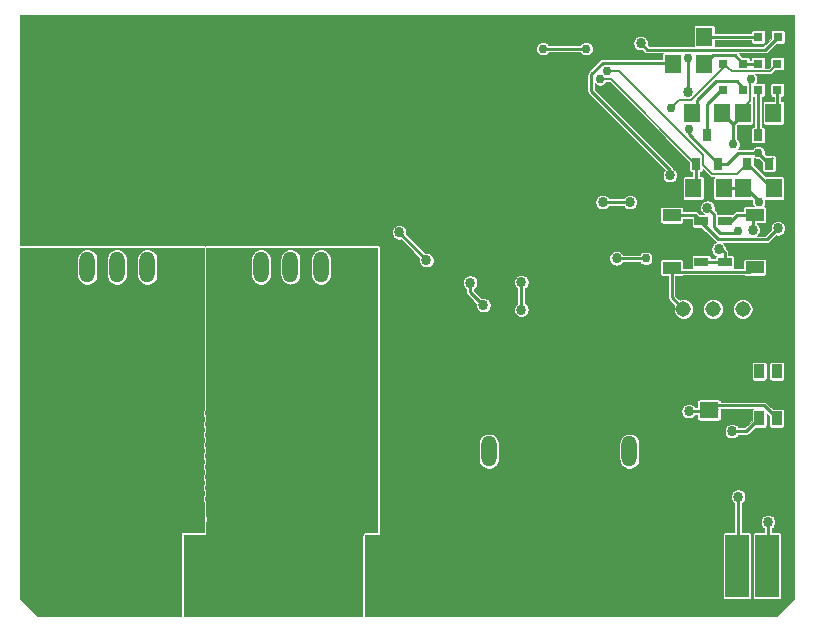
<source format=gbr>
%TF.GenerationSoftware,KiCad,Pcbnew,(5.1.10)-1*%
%TF.CreationDate,2022-09-21T12:49:21+09:00*%
%TF.ProjectId,(KiCad)DriveUnit_B-series(ver2.0),284b6943-6164-4294-9472-697665556e69,rev?*%
%TF.SameCoordinates,Original*%
%TF.FileFunction,Copper,L1,Top*%
%TF.FilePolarity,Positive*%
%FSLAX46Y46*%
G04 Gerber Fmt 4.6, Leading zero omitted, Abs format (unit mm)*
G04 Created by KiCad (PCBNEW (5.1.10)-1) date 2022-09-21 12:49:21*
%MOMM*%
%LPD*%
G01*
G04 APERTURE LIST*
%TA.AperFunction,SMDPad,CuDef*%
%ADD10R,0.800000X0.800000*%
%TD*%
%TA.AperFunction,SMDPad,CuDef*%
%ADD11R,12.700000X11.938000*%
%TD*%
%TA.AperFunction,ComponentPad*%
%ADD12O,1.308000X2.616000*%
%TD*%
%TA.AperFunction,SMDPad,CuDef*%
%ADD13R,1.220000X0.780000*%
%TD*%
%TA.AperFunction,SMDPad,CuDef*%
%ADD14R,2.000000X5.300000*%
%TD*%
%TA.AperFunction,SMDPad,CuDef*%
%ADD15R,1.650000X1.400000*%
%TD*%
%TA.AperFunction,SMDPad,CuDef*%
%ADD16R,1.400000X1.650000*%
%TD*%
%TA.AperFunction,SMDPad,CuDef*%
%ADD17R,1.600000X1.050000*%
%TD*%
%TA.AperFunction,SMDPad,CuDef*%
%ADD18R,0.900000X1.200000*%
%TD*%
%TA.AperFunction,ComponentPad*%
%ADD19C,1.308000*%
%TD*%
%TA.AperFunction,SMDPad,CuDef*%
%ADD20R,0.800000X1.000000*%
%TD*%
%TA.AperFunction,ViaPad*%
%ADD21C,0.856400*%
%TD*%
%TA.AperFunction,ViaPad*%
%ADD22C,0.800000*%
%TD*%
%TA.AperFunction,ViaPad*%
%ADD23C,0.756400*%
%TD*%
%TA.AperFunction,Conductor*%
%ADD24C,0.254000*%
%TD*%
%TA.AperFunction,Conductor*%
%ADD25C,0.152400*%
%TD*%
%TA.AperFunction,Conductor*%
%ADD26C,0.250000*%
%TD*%
%TA.AperFunction,Conductor*%
%ADD27C,0.076200*%
%TD*%
%TA.AperFunction,Conductor*%
%ADD28C,0.100000*%
%TD*%
G04 APERTURE END LIST*
D10*
%TO.P,LED5,A*%
%TO.N,Net-(LED5-PadA)*%
X179851100Y-85853600D03*
%TO.P,LED5,K*%
%TO.N,Net-(LED5-PadK)*%
X178201100Y-85853600D03*
%TD*%
D11*
%TO.P,HA,DRAIN*%
%TO.N,VCC*%
X126461100Y-86868200D03*
D12*
%TO.P,HA,SOURCE*%
%TO.N,/SA*%
X129001100Y-100863600D03*
%TO.P,HA,GATE*%
%TO.N,Net-(HA1-PadGATE)*%
X123921100Y-100863600D03*
%TD*%
D11*
%TO.P,HB,DRAIN*%
%TO.N,VCC*%
X141161100Y-86858200D03*
D12*
%TO.P,HB,SOURCE*%
%TO.N,/SB*%
X143701100Y-100853600D03*
%TO.P,HB,GATE*%
%TO.N,Net-(HB1-PadGATE)*%
X138621100Y-100853600D03*
%TD*%
D11*
%TO.P,LA,DRAIN*%
%TO.N,/SA*%
X123961100Y-114859000D03*
D12*
%TO.P,LA,SOURCE*%
%TO.N,GND*%
X121421100Y-100863600D03*
%TO.P,LA,GATE*%
%TO.N,Net-(LA1-PadGATE)*%
X126501100Y-100863600D03*
%TD*%
D11*
%TO.P,LB,DRAIN*%
%TO.N,/SB*%
X138661100Y-114859000D03*
D12*
%TO.P,LB,SOURCE*%
%TO.N,GND*%
X136121100Y-100863600D03*
%TO.P,LB,GATE*%
%TO.N,Net-(LB1-PadGATE)*%
X141201100Y-100863600D03*
%TD*%
%TO.P,C10,C*%
%TO.N,GND*%
X167321100Y-116463600D03*
%TO.P,C10,A*%
%TO.N,VCC*%
X162321100Y-116463600D03*
%TD*%
%TO.P,C11,C*%
%TO.N,GND*%
X155410000Y-116463600D03*
%TO.P,C11,A*%
%TO.N,VCC*%
X150410000Y-116463600D03*
%TD*%
D13*
%TO.P,D4,A*%
%TO.N,/LAP*%
X173391100Y-100423600D03*
%TO.P,D4,C*%
%TO.N,Net-(D4-PadC)*%
X173391100Y-96943600D03*
%TD*%
%TO.P,D5,A*%
%TO.N,/LAP*%
X175391100Y-100443600D03*
%TO.P,D5,C*%
%TO.N,Net-(D5-PadC)*%
X175391100Y-96963600D03*
%TD*%
D14*
%TO.P,EDGE1,P$25*%
%TO.N,/PWM_IN*%
X178981100Y-126153600D03*
%TO.P,EDGE1,P$24*%
%TO.N,/GND_IN*%
X176441100Y-126153600D03*
%TO.P,EDGE1,P$23*%
%TO.N,VCC*%
X173901100Y-126153600D03*
%TO.P,EDGE1,P$22*%
X171361100Y-126153600D03*
%TO.P,EDGE1,P$21*%
X168821100Y-126153600D03*
%TO.P,EDGE1,P$20*%
X166281100Y-126153600D03*
%TO.P,EDGE1,P$19*%
X163741100Y-126153600D03*
%TO.P,EDGE1,P$18*%
X161201100Y-126153600D03*
%TO.P,EDGE1,P$17*%
X158661100Y-126153600D03*
%TO.P,EDGE1,P$16*%
X156121100Y-126153600D03*
%TO.P,EDGE1,P$15*%
X153581100Y-126153600D03*
%TO.P,EDGE1,P$14*%
X151041100Y-126153600D03*
%TO.P,EDGE1,P$13*%
X148501100Y-126153600D03*
%TO.P,EDGE1,P$12*%
X145961100Y-126153600D03*
%TO.P,EDGE1,P$11*%
%TO.N,/SB*%
X143421100Y-126153600D03*
%TO.P,EDGE1,P$10*%
X140881100Y-126153600D03*
%TO.P,EDGE1,P$9*%
X138341100Y-126153600D03*
%TO.P,EDGE1,P$8*%
X135801100Y-126153600D03*
%TO.P,EDGE1,P$7*%
X133261100Y-126153600D03*
%TO.P,EDGE1,P$6*%
X130721100Y-126153600D03*
%TO.P,EDGE1,P$5*%
%TO.N,/SA*%
X128181100Y-126153600D03*
%TO.P,EDGE1,P$4*%
X125641100Y-126153600D03*
%TO.P,EDGE1,P$3*%
X123101100Y-126153600D03*
%TO.P,EDGE1,P$2*%
X120561100Y-126153600D03*
%TO.P,EDGE1,P$1*%
X118021100Y-126153600D03*
%TD*%
D10*
%TO.P,LED1,A*%
%TO.N,Net-(LED1-PadA)*%
X176911100Y-83633600D03*
%TO.P,LED1,K*%
%TO.N,/SB*%
X175261100Y-83633600D03*
%TD*%
%TO.P,LED2,A*%
%TO.N,/SB*%
X179851100Y-83633600D03*
%TO.P,LED2,K*%
%TO.N,Net-(LED1-PadA)*%
X178201100Y-83633600D03*
%TD*%
%TO.P,LED3,A*%
%TO.N,Net-(LED3-PadA)*%
X178231100Y-81373600D03*
%TO.P,LED3,K*%
%TO.N,GND*%
X179881100Y-81373600D03*
%TD*%
%TO.P,LED4,A*%
%TO.N,Net-(LED4-PadA)*%
X176911100Y-85853600D03*
%TO.P,LED4,K*%
%TO.N,Net-(LED4-PadK)*%
X175261100Y-85853600D03*
%TD*%
D15*
%TO.P,R11,RIGHT*%
%TO.N,VCC*%
X174060000Y-110370000D03*
%TO.P,R11,LEFT*%
%TO.N,/RESET*%
X174060000Y-112970000D03*
%TD*%
D16*
%TO.P,R22,RIGHT*%
%TO.N,Net-(LED3-PadA)*%
X173641100Y-81353600D03*
%TO.P,R22,LEFT*%
%TO.N,VCC*%
X171041100Y-81353600D03*
%TD*%
%TO.P,R3,RIGHT*%
%TO.N,Net-(LED1-PadA)*%
X173611100Y-83663600D03*
%TO.P,R3,LEFT*%
%TO.N,/SA*%
X171011100Y-83663600D03*
%TD*%
%TO.P,R4,RIGHT*%
%TO.N,/V5*%
X175321100Y-94200000D03*
%TO.P,R4,LEFT*%
%TO.N,/FF1*%
X172721100Y-94200000D03*
%TD*%
%TO.P,R5,RIGHT*%
%TO.N,/V5*%
X176951100Y-94200000D03*
%TO.P,R5,LEFT*%
%TO.N,/FF2*%
X179551100Y-94200000D03*
%TD*%
%TO.P,R7,RIGHT*%
%TO.N,Net-(LED4-PadA)*%
X172601100Y-87803600D03*
%TO.P,R7,LEFT*%
%TO.N,/V5*%
X175201100Y-87803600D03*
%TD*%
%TO.P,R8,RIGHT*%
%TO.N,Net-(LED5-PadA)*%
X179521100Y-87803600D03*
%TO.P,R8,LEFT*%
%TO.N,/V5*%
X176921100Y-87803600D03*
%TD*%
D17*
%TO.P,SA,RIGHT*%
%TO.N,Net-(D4-PadC)*%
X170901100Y-96463600D03*
%TO.P,SA,LEFT*%
%TO.N,GND*%
X170901100Y-100913600D03*
%TD*%
%TO.P,SB,RIGHT*%
%TO.N,GND*%
X177921100Y-100893600D03*
%TO.P,SB,LEFT*%
%TO.N,Net-(D5-PadC)*%
X177921100Y-96443600D03*
%TD*%
D18*
%TO.P,SW3,1*%
%TO.N,GND*%
X178301100Y-113683600D03*
%TO.P,SW3,2*%
%TO.N,Net-(SW3-Pad2)*%
X178301100Y-109683600D03*
%TO.P,SW3,4*%
%TO.N,Net-(SW3-Pad4)*%
X179801100Y-109683600D03*
%TO.P,SW3,3*%
%TO.N,/RESET*%
X179801100Y-113683600D03*
%TD*%
D19*
%TO.P,SW4,L*%
%TO.N,Net-(SW4-PadL)*%
X176901100Y-104413600D03*
%TO.P,SW4,R*%
%TO.N,GND*%
X171901100Y-104413600D03*
%TO.P,SW4,C*%
%TO.N,/LAP*%
X174401100Y-104413600D03*
%TD*%
D20*
%TO.P,TR1,C*%
%TO.N,Net-(LED4-PadK)*%
X173911100Y-89700000D03*
%TO.P,TR1,B*%
%TO.N,/FF1*%
X172961100Y-92100000D03*
%TO.P,TR1,E*%
%TO.N,GND*%
X174861100Y-92100000D03*
%TD*%
%TO.P,TR2,C*%
%TO.N,Net-(LED5-PadK)*%
X178211100Y-89700000D03*
%TO.P,TR2,B*%
%TO.N,/FF2*%
X177261100Y-92100000D03*
%TO.P,TR2,E*%
%TO.N,GND*%
X179161100Y-92100000D03*
%TD*%
D21*
%TO.N,VCC*%
X166831100Y-93883600D03*
X156601100Y-94753600D03*
D22*
X151730000Y-116730000D03*
X151700000Y-115820000D03*
X151660000Y-114890000D03*
X150840000Y-114630000D03*
X149850000Y-114680000D03*
X151580000Y-117600000D03*
D21*
%TO.N,GND*%
X176000000Y-114760000D03*
X168265500Y-81906800D03*
D23*
X163654006Y-82370641D03*
X160000000Y-82373600D03*
D21*
X166230000Y-100130000D03*
D23*
X168690000Y-100130000D03*
X178220000Y-91170000D03*
X172360000Y-89210000D03*
D21*
%TO.N,/SA*%
X147821100Y-97926800D03*
X150141100Y-100283600D03*
X158160500Y-102136797D03*
X158171100Y-104483600D03*
X170754300Y-93088550D03*
D23*
X130561100Y-121363600D03*
X129661100Y-121363600D03*
X128761100Y-121363600D03*
X127861100Y-121363600D03*
X126961100Y-121363600D03*
X126061100Y-121363600D03*
X125161100Y-121363600D03*
X124261100Y-121363600D03*
X123361100Y-121363600D03*
X122461100Y-121363600D03*
X121561100Y-121363600D03*
X117061100Y-115963600D03*
X120661100Y-121363600D03*
X119761100Y-121363600D03*
X117061100Y-116863600D03*
X117061100Y-117763600D03*
X118861100Y-121363600D03*
X117961100Y-121363600D03*
X117061100Y-118663600D03*
X117061100Y-119563600D03*
X117061100Y-121363600D03*
X117061100Y-120463600D03*
X117061100Y-122973600D03*
X117961100Y-122973600D03*
X118861100Y-122973600D03*
X119761100Y-122973600D03*
X120661100Y-122973600D03*
X121561100Y-122973600D03*
X122461100Y-122973600D03*
X123361100Y-122973600D03*
X124261100Y-122973600D03*
X125161100Y-122973600D03*
X126061100Y-122973600D03*
X126961100Y-122973600D03*
X127861100Y-122973600D03*
X128761100Y-122973600D03*
X129661100Y-122973600D03*
X130561100Y-122900000D03*
X117501100Y-122163600D03*
X118401100Y-122163600D03*
X119301100Y-122163600D03*
X120201100Y-122163600D03*
X121101100Y-122163600D03*
X122001100Y-122163600D03*
X122901100Y-122163600D03*
X123801100Y-122163600D03*
X124701100Y-122163600D03*
X125601100Y-122163600D03*
X126501100Y-122163600D03*
X127401100Y-122163600D03*
X128301100Y-122163600D03*
X129201100Y-122163600D03*
X130101100Y-122163600D03*
X131001100Y-122163600D03*
X130841100Y-120463600D03*
X130841100Y-119563600D03*
X130841100Y-118663600D03*
X130841100Y-117763600D03*
X130841100Y-116863600D03*
X130841100Y-115963600D03*
X117061100Y-115063600D03*
X117061100Y-114163600D03*
X117061100Y-113263600D03*
X130841100Y-115063600D03*
X130841100Y-113263600D03*
X130841100Y-114163600D03*
D21*
%TO.N,/SB*%
X165051100Y-95363600D03*
X167361100Y-95373600D03*
X154951100Y-104090400D03*
X153831100Y-102183600D03*
D23*
X170884300Y-87425782D03*
X132361100Y-121363600D03*
X131911100Y-122163600D03*
X134161100Y-121363600D03*
X133261100Y-121363600D03*
X135061100Y-121363600D03*
X135961100Y-121363600D03*
X136861100Y-121363600D03*
X137761100Y-121363600D03*
X133711100Y-122163600D03*
X132811100Y-122163600D03*
X134611100Y-122163600D03*
X135511100Y-122163600D03*
X136411100Y-122163600D03*
X137311100Y-122163600D03*
X138211100Y-122163600D03*
X138661100Y-121363600D03*
X139561100Y-121363600D03*
X139111100Y-122163600D03*
X140011100Y-122163600D03*
X140461100Y-121363600D03*
X142261100Y-121363600D03*
X141361100Y-121363600D03*
X140911100Y-122163600D03*
X141811100Y-122163600D03*
X142711100Y-122163600D03*
X143161100Y-121363600D03*
X144061100Y-121363600D03*
X143611100Y-122163600D03*
X144511100Y-122163600D03*
X144961100Y-121363600D03*
X145411100Y-122163600D03*
X131751100Y-120463600D03*
X131751100Y-119563600D03*
X131751100Y-118663600D03*
X131751100Y-117763600D03*
X131751100Y-116863600D03*
X131751100Y-115963600D03*
X145541100Y-120463600D03*
X145541100Y-119563600D03*
X145541100Y-118663600D03*
X145541100Y-117763600D03*
X145541100Y-116863600D03*
X145541100Y-115963600D03*
X132361100Y-122973600D03*
X133261100Y-122973600D03*
X134161100Y-122973600D03*
X135061100Y-122973600D03*
X135961100Y-122973600D03*
X137761100Y-122973600D03*
X136861100Y-122973600D03*
X138661100Y-122973600D03*
X139561100Y-122973600D03*
X140461100Y-122973600D03*
X141361100Y-122973600D03*
X142261100Y-122973600D03*
X144061100Y-122973600D03*
X143161100Y-122973600D03*
X144961100Y-122900000D03*
X145541100Y-115063600D03*
X145541100Y-114163600D03*
X145541100Y-113263600D03*
X131751100Y-114163600D03*
X131751100Y-113263600D03*
X131751100Y-115063600D03*
%TO.N,/FF1*%
X164834300Y-84937638D03*
%TO.N,/FF2*%
X165455500Y-84273600D03*
D21*
%TO.N,Net-(D4-PadC)*%
X179891100Y-97583600D03*
%TO.N,Net-(D5-PadC)*%
X177761100Y-97723600D03*
%TO.N,/RESET*%
X172340000Y-113060000D03*
%TO.N,/LAP*%
X174891100Y-99343600D03*
D23*
%TO.N,/V5*%
X176116290Y-90488410D03*
X177594300Y-84964200D03*
X178270000Y-95330000D03*
D21*
%TO.N,/GND_IN*%
X176521100Y-120313600D03*
%TO.N,/PWM_IN*%
X179051100Y-122453600D03*
D23*
%TO.N,/DIR*%
X176540000Y-97820000D03*
D21*
X173930000Y-95840000D03*
X172287950Y-86068600D03*
D23*
X172280500Y-83133600D03*
%TD*%
D24*
%TO.N,VCC*%
X166831100Y-93883600D02*
X167331100Y-93883600D01*
X167331100Y-93883600D02*
X167351100Y-93903600D01*
X156601100Y-94753600D02*
X155911100Y-94753600D01*
X155911100Y-94753600D02*
X155661100Y-94503600D01*
%TO.N,GND*%
X171901100Y-104413600D02*
X170901100Y-103413600D01*
X170901100Y-103413600D02*
X170901100Y-100913600D01*
D25*
X177561100Y-101253600D02*
X177921100Y-100893600D01*
D24*
X177561100Y-101253600D02*
X171241100Y-101253600D01*
X170901100Y-100913600D02*
X171241100Y-101253600D01*
X179881100Y-81373600D02*
X178791100Y-82463600D01*
X168822300Y-82463600D02*
X168265500Y-81906800D01*
X178791100Y-82463600D02*
X168822300Y-82463600D01*
D26*
X177224700Y-114760000D02*
X178301100Y-113683600D01*
X176000000Y-114760000D02*
X177224700Y-114760000D01*
X166230000Y-100130000D02*
X168690000Y-100130000D01*
D25*
X179445096Y-91647597D02*
X179161100Y-91803600D01*
D26*
X174861100Y-91803600D02*
X174861100Y-91711100D01*
X172360000Y-89598900D02*
X174861100Y-92100000D01*
X172360000Y-89210000D02*
X172360000Y-89598900D01*
X174861100Y-92100000D02*
X175565378Y-92100000D01*
X179150000Y-92100000D02*
X178220000Y-91170000D01*
X179161100Y-92100000D02*
X179150000Y-92100000D01*
X176495378Y-91170000D02*
X175565378Y-92100000D01*
X178220000Y-91170000D02*
X176495378Y-91170000D01*
X160002959Y-82370641D02*
X160000000Y-82373600D01*
X163654006Y-82370641D02*
X160002959Y-82370641D01*
D24*
%TO.N,/SA*%
X150141100Y-100283600D02*
X150141100Y-100246800D01*
X150141100Y-100246800D02*
X147821100Y-97926800D01*
X158160500Y-102136797D02*
X158160500Y-104473000D01*
D25*
X158160500Y-104473000D02*
X158171100Y-104483600D01*
D24*
X170754300Y-93088550D02*
X170754300Y-92665788D01*
X170754300Y-92665788D02*
X164087500Y-85998988D01*
X164087500Y-85998988D02*
X164087500Y-84543450D01*
X164087500Y-84543450D02*
X165044150Y-83586800D01*
X171011100Y-83663600D02*
X170934300Y-83586800D01*
X170934300Y-83586800D02*
X165044150Y-83586800D01*
D25*
%TO.N,/SB*%
X175981100Y-84263600D02*
X175261100Y-83633600D01*
X179221100Y-84263600D02*
X179851100Y-83633600D01*
X175981100Y-84263600D02*
X179221100Y-84263600D01*
D24*
X167361100Y-95373600D02*
X167351100Y-95363600D01*
X167351100Y-95363600D02*
X165051100Y-95363600D01*
X154951100Y-104090400D02*
X154901100Y-104090400D01*
X154901100Y-104090400D02*
X153831100Y-103020400D01*
X153831100Y-102183600D02*
X153831100Y-103020400D01*
D25*
X170884300Y-87425782D02*
X170884300Y-87412113D01*
X171546412Y-86750000D02*
X170884300Y-87412113D01*
X171546412Y-86750000D02*
X172535406Y-86750000D01*
X172535406Y-86750000D02*
X175261100Y-84024307D01*
X175261100Y-84024307D02*
X175261100Y-83633600D01*
%TO.N,Net-(LED4-PadK)*%
X175221100Y-85983600D02*
X175291100Y-85913600D01*
X175291100Y-85913600D02*
X175261100Y-85853600D01*
D24*
X173911100Y-89403600D02*
X173911100Y-87043600D01*
X175041100Y-85913600D02*
X175291100Y-85913600D01*
X173911100Y-87043600D02*
X175041100Y-85913600D01*
D26*
%TO.N,/FF1*%
X172961100Y-93960000D02*
X172721100Y-94200000D01*
X172961100Y-92100000D02*
X172961100Y-93960000D01*
D25*
X172961100Y-92100000D02*
X172910000Y-92100000D01*
X165747638Y-84937638D02*
X164834300Y-84937638D01*
X172910000Y-92100000D02*
X165747638Y-84937638D01*
D24*
%TO.N,Net-(LED5-PadK)*%
X178211100Y-89403600D02*
X178211100Y-85863600D01*
X178211100Y-85863600D02*
X178201100Y-85853600D01*
D25*
%TO.N,/FF2*%
X177261100Y-91803600D02*
X177404387Y-91803600D01*
D26*
X177261100Y-92100000D02*
X177190000Y-92100000D01*
X179361100Y-94200000D02*
X177261100Y-92100000D01*
X179551100Y-94200000D02*
X179361100Y-94200000D01*
D25*
X177261100Y-92100000D02*
X177261100Y-92148900D01*
X177261100Y-92148900D02*
X176420000Y-92990000D01*
X166446182Y-84273600D02*
X165455500Y-84273600D01*
X173589701Y-91417119D02*
X166446182Y-84273600D01*
X173589701Y-92249701D02*
X173589701Y-91417119D01*
X174330000Y-92990000D02*
X173589701Y-92249701D01*
X176420000Y-92990000D02*
X174330000Y-92990000D01*
D24*
%TO.N,Net-(D4-PadC)*%
X173391100Y-96943600D02*
X172911100Y-96463600D01*
X172911100Y-96463600D02*
X170901100Y-96463600D01*
X174851100Y-98533600D02*
X173391100Y-97073600D01*
X173391100Y-96943600D02*
X173391100Y-97073600D01*
X178941100Y-98533600D02*
X179891100Y-97583600D01*
X178941100Y-98533600D02*
X174851100Y-98533600D01*
D25*
%TO.N,Net-(D5-PadC)*%
X177921100Y-96443600D02*
X177781100Y-96583600D01*
D24*
X177781100Y-96583600D02*
X177781100Y-97703613D01*
X177781100Y-97703613D02*
X177761100Y-97723600D01*
D26*
X175391100Y-96963600D02*
X175926400Y-96963600D01*
X176446400Y-96443600D02*
X177921100Y-96443600D01*
X175926400Y-96963600D02*
X176446400Y-96443600D01*
D24*
%TO.N,/RESET*%
X178701100Y-112583600D02*
X179801100Y-113683600D01*
D26*
X174570000Y-113060000D02*
X174730000Y-112900000D01*
X173970000Y-113060000D02*
X174060000Y-112970000D01*
X172340000Y-113060000D02*
X173970000Y-113060000D01*
X174446400Y-112583600D02*
X178701100Y-112583600D01*
X174060000Y-112970000D02*
X174446400Y-112583600D01*
D24*
%TO.N,/LAP*%
X175391100Y-100443600D02*
X175371100Y-100423600D01*
X175371100Y-100423600D02*
X173391100Y-100423600D01*
X175391100Y-100443600D02*
X175391100Y-99623600D01*
X175391100Y-99623600D02*
X175111100Y-99343600D01*
X174891100Y-99343600D02*
X175111100Y-99343600D01*
D25*
%TO.N,Net-(LED1-PadA)*%
X177001100Y-83600313D02*
X176911100Y-83633600D01*
D24*
X176911100Y-83633600D02*
X178201100Y-83633600D01*
X173611100Y-83663600D02*
X173625968Y-83663600D01*
X173625968Y-83663600D02*
X174410368Y-82879200D01*
X176246700Y-82879200D02*
X176911100Y-83633600D01*
X174410368Y-82879200D02*
X176246700Y-82879200D01*
D25*
%TO.N,Net-(LED3-PadA)*%
X178231100Y-81373600D02*
X178211100Y-81353600D01*
D24*
X178211100Y-81353600D02*
X173641100Y-81353600D01*
D25*
%TO.N,Net-(LED4-PadA)*%
X172601100Y-87803600D02*
X172661100Y-87733600D01*
X172661100Y-87733600D02*
X172661100Y-87073600D01*
X177001100Y-85683600D02*
X177001100Y-85753600D01*
X177001100Y-85753600D02*
X176911100Y-85853600D01*
D24*
X172601100Y-87803600D02*
X173041100Y-87363600D01*
X173041100Y-87363600D02*
X173041100Y-86756500D01*
X176391100Y-85143600D02*
X177001100Y-85753600D01*
X173041100Y-86756500D02*
X174654000Y-85143600D01*
X174654000Y-85143600D02*
X176391100Y-85143600D01*
D25*
%TO.N,/V5*%
X176662803Y-87795054D02*
X177024918Y-87792938D01*
X176662803Y-87795054D02*
X176772293Y-87794413D01*
X176772293Y-87794413D02*
X176858703Y-87793907D01*
X176858703Y-87793907D02*
X176911100Y-87793600D01*
X176911100Y-87793600D02*
X176921100Y-87803600D01*
X176921100Y-87803600D02*
X176921100Y-87437400D01*
X177544300Y-86814200D02*
X176921100Y-87437400D01*
X177544300Y-85014200D02*
X177544300Y-86814200D01*
X177544300Y-85014200D02*
X177594300Y-84964200D01*
X176951100Y-93953600D02*
X177031100Y-94033600D01*
X175218325Y-87803600D02*
X175201100Y-87803600D01*
D24*
X175201100Y-87803600D02*
X176116290Y-88718791D01*
X176116290Y-88718791D02*
X176116290Y-90488410D01*
X176116290Y-88718791D02*
X176858703Y-87976379D01*
X176858703Y-87976379D02*
X176858703Y-87793907D01*
D26*
X176951100Y-93953600D02*
X177383600Y-93953600D01*
X178270000Y-95272500D02*
X176951100Y-93953600D01*
X178270000Y-95330000D02*
X178270000Y-95272500D01*
X176951100Y-94200000D02*
X175321100Y-94200000D01*
D24*
%TO.N,Net-(LED5-PadA)*%
X179521100Y-87803600D02*
X179851100Y-87473600D01*
X179851100Y-87473600D02*
X179851100Y-85853600D01*
%TO.N,/GND_IN*%
X176521100Y-120313600D02*
X176521100Y-126073600D01*
D25*
X176521100Y-126073600D02*
X176441100Y-126153600D01*
D24*
%TO.N,/PWM_IN*%
X179051100Y-122453600D02*
X179051100Y-126083600D01*
D25*
X179051100Y-126083600D02*
X178981100Y-126153600D01*
D24*
%TO.N,/DIR*%
X174981100Y-98013600D02*
X174461100Y-97493600D01*
D25*
X172280500Y-83133600D02*
X172287950Y-83141050D01*
D24*
X172287950Y-83141050D02*
X172287950Y-86068600D01*
D26*
X176346400Y-98013600D02*
X176540000Y-97820000D01*
X174981100Y-98013600D02*
X176346400Y-98013600D01*
X174461100Y-96371100D02*
X173930000Y-95840000D01*
X174461100Y-97493600D02*
X174461100Y-96371100D01*
%TD*%
D27*
%TO.N,VCC*%
X181277999Y-128977463D02*
X179814964Y-130440499D01*
X144927800Y-130440499D01*
X144927800Y-123770300D01*
X146007300Y-123770300D01*
X146044465Y-123766640D01*
X146080201Y-123755799D01*
X146113136Y-123738195D01*
X146142004Y-123714504D01*
X146165695Y-123685636D01*
X146183299Y-123652701D01*
X146194140Y-123616965D01*
X146197800Y-123579800D01*
X146197800Y-123503600D01*
X175249679Y-123503600D01*
X175249679Y-128803600D01*
X175253357Y-128840944D01*
X175264250Y-128876854D01*
X175281939Y-128909948D01*
X175305745Y-128938955D01*
X175334752Y-128962761D01*
X175367846Y-128980450D01*
X175403756Y-128991343D01*
X175441100Y-128995021D01*
X177441100Y-128995021D01*
X177478444Y-128991343D01*
X177514354Y-128980450D01*
X177547448Y-128962761D01*
X177576455Y-128938955D01*
X177600261Y-128909948D01*
X177617950Y-128876854D01*
X177628843Y-128840944D01*
X177632521Y-128803600D01*
X177632521Y-123503600D01*
X177789679Y-123503600D01*
X177789679Y-128803600D01*
X177793357Y-128840944D01*
X177804250Y-128876854D01*
X177821939Y-128909948D01*
X177845745Y-128938955D01*
X177874752Y-128962761D01*
X177907846Y-128980450D01*
X177943756Y-128991343D01*
X177981100Y-128995021D01*
X179981100Y-128995021D01*
X180018444Y-128991343D01*
X180054354Y-128980450D01*
X180087448Y-128962761D01*
X180116455Y-128938955D01*
X180140261Y-128909948D01*
X180157950Y-128876854D01*
X180168843Y-128840944D01*
X180172521Y-128803600D01*
X180172521Y-123503600D01*
X180168843Y-123466256D01*
X180157950Y-123430346D01*
X180140261Y-123397252D01*
X180116455Y-123368245D01*
X180087448Y-123344439D01*
X180054354Y-123326750D01*
X180018444Y-123315857D01*
X179981100Y-123312179D01*
X179368600Y-123312179D01*
X179368600Y-122985558D01*
X179445498Y-122934176D01*
X179531676Y-122847998D01*
X179599385Y-122746665D01*
X179646024Y-122634068D01*
X179669800Y-122514537D01*
X179669800Y-122392663D01*
X179646024Y-122273132D01*
X179599385Y-122160535D01*
X179531676Y-122059202D01*
X179445498Y-121973024D01*
X179344165Y-121905315D01*
X179231568Y-121858676D01*
X179112037Y-121834900D01*
X178990163Y-121834900D01*
X178870632Y-121858676D01*
X178758035Y-121905315D01*
X178656702Y-121973024D01*
X178570524Y-122059202D01*
X178502815Y-122160535D01*
X178456176Y-122273132D01*
X178432400Y-122392663D01*
X178432400Y-122514537D01*
X178456176Y-122634068D01*
X178502815Y-122746665D01*
X178570524Y-122847998D01*
X178656702Y-122934176D01*
X178733600Y-122985558D01*
X178733600Y-123312179D01*
X177981100Y-123312179D01*
X177943756Y-123315857D01*
X177907846Y-123326750D01*
X177874752Y-123344439D01*
X177845745Y-123368245D01*
X177821939Y-123397252D01*
X177804250Y-123430346D01*
X177793357Y-123466256D01*
X177789679Y-123503600D01*
X177632521Y-123503600D01*
X177628843Y-123466256D01*
X177617950Y-123430346D01*
X177600261Y-123397252D01*
X177576455Y-123368245D01*
X177547448Y-123344439D01*
X177514354Y-123326750D01*
X177478444Y-123315857D01*
X177441100Y-123312179D01*
X176838600Y-123312179D01*
X176838600Y-120845558D01*
X176915498Y-120794176D01*
X177001676Y-120707998D01*
X177069385Y-120606665D01*
X177116024Y-120494068D01*
X177139800Y-120374537D01*
X177139800Y-120252663D01*
X177116024Y-120133132D01*
X177069385Y-120020535D01*
X177001676Y-119919202D01*
X176915498Y-119833024D01*
X176814165Y-119765315D01*
X176701568Y-119718676D01*
X176582037Y-119694900D01*
X176460163Y-119694900D01*
X176340632Y-119718676D01*
X176228035Y-119765315D01*
X176126702Y-119833024D01*
X176040524Y-119919202D01*
X175972815Y-120020535D01*
X175926176Y-120133132D01*
X175902400Y-120252663D01*
X175902400Y-120374537D01*
X175926176Y-120494068D01*
X175972815Y-120606665D01*
X176040524Y-120707998D01*
X176126702Y-120794176D01*
X176203600Y-120845558D01*
X176203601Y-123312179D01*
X175441100Y-123312179D01*
X175403756Y-123315857D01*
X175367846Y-123326750D01*
X175334752Y-123344439D01*
X175305745Y-123368245D01*
X175281939Y-123397252D01*
X175264250Y-123430346D01*
X175253357Y-123466256D01*
X175249679Y-123503600D01*
X146197800Y-123503600D01*
X146197800Y-115768114D01*
X154565500Y-115768114D01*
X154565501Y-117159087D01*
X154577720Y-117283151D01*
X154626010Y-117442340D01*
X154704428Y-117589049D01*
X154809960Y-117717641D01*
X154938552Y-117823173D01*
X155085261Y-117901591D01*
X155244450Y-117949881D01*
X155410000Y-117966186D01*
X155575551Y-117949881D01*
X155734740Y-117901591D01*
X155881449Y-117823173D01*
X156010041Y-117717641D01*
X156115573Y-117589049D01*
X156193991Y-117442340D01*
X156242281Y-117283151D01*
X156254500Y-117159087D01*
X156254500Y-115768114D01*
X166476600Y-115768114D01*
X166476601Y-117159087D01*
X166488820Y-117283151D01*
X166537110Y-117442340D01*
X166615528Y-117589049D01*
X166721060Y-117717641D01*
X166849652Y-117823173D01*
X166996361Y-117901591D01*
X167155550Y-117949881D01*
X167321100Y-117966186D01*
X167486651Y-117949881D01*
X167645840Y-117901591D01*
X167792549Y-117823173D01*
X167921141Y-117717641D01*
X168026673Y-117589049D01*
X168105091Y-117442340D01*
X168153381Y-117283151D01*
X168165600Y-117159087D01*
X168165600Y-115768113D01*
X168153381Y-115644049D01*
X168105091Y-115484860D01*
X168026673Y-115338151D01*
X167921141Y-115209559D01*
X167792548Y-115104027D01*
X167645839Y-115025609D01*
X167486650Y-114977319D01*
X167321100Y-114961014D01*
X167155549Y-114977319D01*
X166996360Y-115025609D01*
X166849651Y-115104027D01*
X166721059Y-115209559D01*
X166615527Y-115338152D01*
X166537109Y-115484861D01*
X166488819Y-115644050D01*
X166476600Y-115768114D01*
X156254500Y-115768114D01*
X156254500Y-115768113D01*
X156242281Y-115644049D01*
X156193991Y-115484860D01*
X156115573Y-115338151D01*
X156010041Y-115209559D01*
X155881448Y-115104027D01*
X155734739Y-115025609D01*
X155575550Y-114977319D01*
X155410000Y-114961014D01*
X155244449Y-114977319D01*
X155085260Y-115025609D01*
X154938551Y-115104027D01*
X154809959Y-115209559D01*
X154704427Y-115338152D01*
X154626009Y-115484861D01*
X154577719Y-115644050D01*
X154565500Y-115768114D01*
X146197800Y-115768114D01*
X146197800Y-112999063D01*
X171721300Y-112999063D01*
X171721300Y-113120937D01*
X171745076Y-113240468D01*
X171791715Y-113353065D01*
X171859424Y-113454398D01*
X171945602Y-113540576D01*
X172046935Y-113608285D01*
X172159532Y-113654924D01*
X172279063Y-113678700D01*
X172400937Y-113678700D01*
X172520468Y-113654924D01*
X172633065Y-113608285D01*
X172734398Y-113540576D01*
X172820576Y-113454398D01*
X172873294Y-113375500D01*
X173043579Y-113375500D01*
X173043579Y-113670000D01*
X173047257Y-113707344D01*
X173058150Y-113743254D01*
X173075839Y-113776348D01*
X173099645Y-113805355D01*
X173128652Y-113829161D01*
X173161746Y-113846850D01*
X173197656Y-113857743D01*
X173235000Y-113861421D01*
X174885000Y-113861421D01*
X174922344Y-113857743D01*
X174958254Y-113846850D01*
X174991348Y-113829161D01*
X175020355Y-113805355D01*
X175044161Y-113776348D01*
X175061850Y-113743254D01*
X175072743Y-113707344D01*
X175076421Y-113670000D01*
X175076421Y-112899100D01*
X177803065Y-112899100D01*
X177777846Y-112906750D01*
X177744752Y-112924439D01*
X177715745Y-112948245D01*
X177691939Y-112977252D01*
X177674250Y-113010346D01*
X177663357Y-113046256D01*
X177659679Y-113083600D01*
X177659679Y-113878837D01*
X177094017Y-114444500D01*
X176533294Y-114444500D01*
X176480576Y-114365602D01*
X176394398Y-114279424D01*
X176293065Y-114211715D01*
X176180468Y-114165076D01*
X176060937Y-114141300D01*
X175939063Y-114141300D01*
X175819532Y-114165076D01*
X175706935Y-114211715D01*
X175605602Y-114279424D01*
X175519424Y-114365602D01*
X175451715Y-114466935D01*
X175405076Y-114579532D01*
X175381300Y-114699063D01*
X175381300Y-114820937D01*
X175405076Y-114940468D01*
X175451715Y-115053065D01*
X175519424Y-115154398D01*
X175605602Y-115240576D01*
X175706935Y-115308285D01*
X175819532Y-115354924D01*
X175939063Y-115378700D01*
X176060937Y-115378700D01*
X176180468Y-115354924D01*
X176293065Y-115308285D01*
X176394398Y-115240576D01*
X176480576Y-115154398D01*
X176533294Y-115075500D01*
X177209218Y-115075500D01*
X177224700Y-115077025D01*
X177240182Y-115075500D01*
X177240193Y-115075500D01*
X177286549Y-115070934D01*
X177346021Y-115052894D01*
X177400830Y-115023597D01*
X177448871Y-114984171D01*
X177458751Y-114972132D01*
X177955863Y-114475021D01*
X178751100Y-114475021D01*
X178788444Y-114471343D01*
X178824354Y-114460450D01*
X178857448Y-114442761D01*
X178886455Y-114418955D01*
X178910261Y-114389948D01*
X178927950Y-114356854D01*
X178938843Y-114320944D01*
X178942521Y-114283600D01*
X178942521Y-113274033D01*
X179159679Y-113491192D01*
X179159679Y-114283600D01*
X179163357Y-114320944D01*
X179174250Y-114356854D01*
X179191939Y-114389948D01*
X179215745Y-114418955D01*
X179244752Y-114442761D01*
X179277846Y-114460450D01*
X179313756Y-114471343D01*
X179351100Y-114475021D01*
X180251100Y-114475021D01*
X180288444Y-114471343D01*
X180324354Y-114460450D01*
X180357448Y-114442761D01*
X180386455Y-114418955D01*
X180410261Y-114389948D01*
X180427950Y-114356854D01*
X180438843Y-114320944D01*
X180442521Y-114283600D01*
X180442521Y-113083600D01*
X180438843Y-113046256D01*
X180427950Y-113010346D01*
X180410261Y-112977252D01*
X180386455Y-112948245D01*
X180357448Y-112924439D01*
X180324354Y-112906750D01*
X180288444Y-112895857D01*
X180251100Y-112892179D01*
X179458691Y-112892179D01*
X178914578Y-112348066D01*
X178878346Y-112318332D01*
X178823189Y-112288849D01*
X178763340Y-112270694D01*
X178701100Y-112264564D01*
X178665198Y-112268100D01*
X175076234Y-112268100D01*
X175072743Y-112232656D01*
X175061850Y-112196746D01*
X175044161Y-112163652D01*
X175020355Y-112134645D01*
X174991348Y-112110839D01*
X174958254Y-112093150D01*
X174922344Y-112082257D01*
X174885000Y-112078579D01*
X173235000Y-112078579D01*
X173197656Y-112082257D01*
X173161746Y-112093150D01*
X173128652Y-112110839D01*
X173099645Y-112134645D01*
X173075839Y-112163652D01*
X173058150Y-112196746D01*
X173047257Y-112232656D01*
X173043579Y-112270000D01*
X173043579Y-112744500D01*
X172873294Y-112744500D01*
X172820576Y-112665602D01*
X172734398Y-112579424D01*
X172633065Y-112511715D01*
X172520468Y-112465076D01*
X172400937Y-112441300D01*
X172279063Y-112441300D01*
X172159532Y-112465076D01*
X172046935Y-112511715D01*
X171945602Y-112579424D01*
X171859424Y-112665602D01*
X171791715Y-112766935D01*
X171745076Y-112879532D01*
X171721300Y-112999063D01*
X146197800Y-112999063D01*
X146197800Y-109083600D01*
X177659679Y-109083600D01*
X177659679Y-110283600D01*
X177663357Y-110320944D01*
X177674250Y-110356854D01*
X177691939Y-110389948D01*
X177715745Y-110418955D01*
X177744752Y-110442761D01*
X177777846Y-110460450D01*
X177813756Y-110471343D01*
X177851100Y-110475021D01*
X178751100Y-110475021D01*
X178788444Y-110471343D01*
X178824354Y-110460450D01*
X178857448Y-110442761D01*
X178886455Y-110418955D01*
X178910261Y-110389948D01*
X178927950Y-110356854D01*
X178938843Y-110320944D01*
X178942521Y-110283600D01*
X178942521Y-109083600D01*
X179159679Y-109083600D01*
X179159679Y-110283600D01*
X179163357Y-110320944D01*
X179174250Y-110356854D01*
X179191939Y-110389948D01*
X179215745Y-110418955D01*
X179244752Y-110442761D01*
X179277846Y-110460450D01*
X179313756Y-110471343D01*
X179351100Y-110475021D01*
X180251100Y-110475021D01*
X180288444Y-110471343D01*
X180324354Y-110460450D01*
X180357448Y-110442761D01*
X180386455Y-110418955D01*
X180410261Y-110389948D01*
X180427950Y-110356854D01*
X180438843Y-110320944D01*
X180442521Y-110283600D01*
X180442521Y-109083600D01*
X180438843Y-109046256D01*
X180427950Y-109010346D01*
X180410261Y-108977252D01*
X180386455Y-108948245D01*
X180357448Y-108924439D01*
X180324354Y-108906750D01*
X180288444Y-108895857D01*
X180251100Y-108892179D01*
X179351100Y-108892179D01*
X179313756Y-108895857D01*
X179277846Y-108906750D01*
X179244752Y-108924439D01*
X179215745Y-108948245D01*
X179191939Y-108977252D01*
X179174250Y-109010346D01*
X179163357Y-109046256D01*
X179159679Y-109083600D01*
X178942521Y-109083600D01*
X178938843Y-109046256D01*
X178927950Y-109010346D01*
X178910261Y-108977252D01*
X178886455Y-108948245D01*
X178857448Y-108924439D01*
X178824354Y-108906750D01*
X178788444Y-108895857D01*
X178751100Y-108892179D01*
X177851100Y-108892179D01*
X177813756Y-108895857D01*
X177777846Y-108906750D01*
X177744752Y-108924439D01*
X177715745Y-108948245D01*
X177691939Y-108977252D01*
X177674250Y-109010346D01*
X177663357Y-109046256D01*
X177659679Y-109083600D01*
X146197800Y-109083600D01*
X146197800Y-102122663D01*
X153212400Y-102122663D01*
X153212400Y-102244537D01*
X153236176Y-102364068D01*
X153282815Y-102476665D01*
X153350524Y-102577998D01*
X153436702Y-102664176D01*
X153513601Y-102715558D01*
X153513601Y-103004795D01*
X153512064Y-103020400D01*
X153518194Y-103082640D01*
X153536349Y-103142489D01*
X153550073Y-103168164D01*
X153565832Y-103197647D01*
X153605508Y-103245993D01*
X153617625Y-103255937D01*
X154342147Y-103980460D01*
X154332400Y-104029463D01*
X154332400Y-104151337D01*
X154356176Y-104270868D01*
X154402815Y-104383465D01*
X154470524Y-104484798D01*
X154556702Y-104570976D01*
X154658035Y-104638685D01*
X154770632Y-104685324D01*
X154890163Y-104709100D01*
X155012037Y-104709100D01*
X155131568Y-104685324D01*
X155244165Y-104638685D01*
X155345498Y-104570976D01*
X155431676Y-104484798D01*
X155499385Y-104383465D01*
X155546024Y-104270868D01*
X155569800Y-104151337D01*
X155569800Y-104029463D01*
X155546024Y-103909932D01*
X155499385Y-103797335D01*
X155431676Y-103696002D01*
X155345498Y-103609824D01*
X155244165Y-103542115D01*
X155131568Y-103495476D01*
X155012037Y-103471700D01*
X154890163Y-103471700D01*
X154770632Y-103495476D01*
X154759712Y-103499999D01*
X154148600Y-102888888D01*
X154148600Y-102715558D01*
X154225498Y-102664176D01*
X154311676Y-102577998D01*
X154379385Y-102476665D01*
X154426024Y-102364068D01*
X154449800Y-102244537D01*
X154449800Y-102122663D01*
X154440491Y-102075860D01*
X157541800Y-102075860D01*
X157541800Y-102197734D01*
X157565576Y-102317265D01*
X157612215Y-102429862D01*
X157679924Y-102531195D01*
X157766102Y-102617373D01*
X157843000Y-102668755D01*
X157843001Y-103958724D01*
X157776702Y-104003024D01*
X157690524Y-104089202D01*
X157622815Y-104190535D01*
X157576176Y-104303132D01*
X157552400Y-104422663D01*
X157552400Y-104544537D01*
X157576176Y-104664068D01*
X157622815Y-104776665D01*
X157690524Y-104877998D01*
X157776702Y-104964176D01*
X157878035Y-105031885D01*
X157990632Y-105078524D01*
X158110163Y-105102300D01*
X158232037Y-105102300D01*
X158351568Y-105078524D01*
X158464165Y-105031885D01*
X158565498Y-104964176D01*
X158651676Y-104877998D01*
X158719385Y-104776665D01*
X158766024Y-104664068D01*
X158789800Y-104544537D01*
X158789800Y-104422663D01*
X158766024Y-104303132D01*
X158719385Y-104190535D01*
X158651676Y-104089202D01*
X158565498Y-104003024D01*
X158478000Y-103944559D01*
X158478000Y-102668755D01*
X158554898Y-102617373D01*
X158641076Y-102531195D01*
X158708785Y-102429862D01*
X158755424Y-102317265D01*
X158779200Y-102197734D01*
X158779200Y-102075860D01*
X158755424Y-101956329D01*
X158708785Y-101843732D01*
X158641076Y-101742399D01*
X158554898Y-101656221D01*
X158453565Y-101588512D01*
X158340968Y-101541873D01*
X158221437Y-101518097D01*
X158099563Y-101518097D01*
X157980032Y-101541873D01*
X157867435Y-101588512D01*
X157766102Y-101656221D01*
X157679924Y-101742399D01*
X157612215Y-101843732D01*
X157565576Y-101956329D01*
X157541800Y-102075860D01*
X154440491Y-102075860D01*
X154426024Y-102003132D01*
X154379385Y-101890535D01*
X154311676Y-101789202D01*
X154225498Y-101703024D01*
X154124165Y-101635315D01*
X154011568Y-101588676D01*
X153892037Y-101564900D01*
X153770163Y-101564900D01*
X153650632Y-101588676D01*
X153538035Y-101635315D01*
X153436702Y-101703024D01*
X153350524Y-101789202D01*
X153282815Y-101890535D01*
X153236176Y-102003132D01*
X153212400Y-102122663D01*
X146197800Y-102122663D01*
X146197800Y-99227400D01*
X146194140Y-99190235D01*
X146183299Y-99154499D01*
X146165695Y-99121564D01*
X146142004Y-99092696D01*
X146113136Y-99069005D01*
X146080201Y-99051401D01*
X146044465Y-99040560D01*
X146007300Y-99036900D01*
X131474900Y-99036900D01*
X131437735Y-99040560D01*
X131401999Y-99051401D01*
X131391100Y-99057227D01*
X131380201Y-99051401D01*
X131344465Y-99040560D01*
X131307300Y-99036900D01*
X115724201Y-99036900D01*
X115724201Y-97865863D01*
X147202400Y-97865863D01*
X147202400Y-97987737D01*
X147226176Y-98107268D01*
X147272815Y-98219865D01*
X147340524Y-98321198D01*
X147426702Y-98407376D01*
X147528035Y-98475085D01*
X147640632Y-98521724D01*
X147760163Y-98545500D01*
X147882037Y-98545500D01*
X147972745Y-98527457D01*
X149546833Y-100101546D01*
X149546176Y-100103132D01*
X149522400Y-100222663D01*
X149522400Y-100344537D01*
X149546176Y-100464068D01*
X149592815Y-100576665D01*
X149660524Y-100677998D01*
X149746702Y-100764176D01*
X149848035Y-100831885D01*
X149960632Y-100878524D01*
X150080163Y-100902300D01*
X150202037Y-100902300D01*
X150321568Y-100878524D01*
X150434165Y-100831885D01*
X150535498Y-100764176D01*
X150621676Y-100677998D01*
X150689385Y-100576665D01*
X150736024Y-100464068D01*
X150759800Y-100344537D01*
X150759800Y-100222663D01*
X150736024Y-100103132D01*
X150721913Y-100069063D01*
X165611300Y-100069063D01*
X165611300Y-100190937D01*
X165635076Y-100310468D01*
X165681715Y-100423065D01*
X165749424Y-100524398D01*
X165835602Y-100610576D01*
X165936935Y-100678285D01*
X166049532Y-100724924D01*
X166169063Y-100748700D01*
X166290937Y-100748700D01*
X166410468Y-100724924D01*
X166523065Y-100678285D01*
X166624398Y-100610576D01*
X166710576Y-100524398D01*
X166763294Y-100445500D01*
X168216840Y-100445500D01*
X168248262Y-100492525D01*
X168327475Y-100571738D01*
X168420619Y-100633976D01*
X168524116Y-100676845D01*
X168633988Y-100698700D01*
X168746012Y-100698700D01*
X168855884Y-100676845D01*
X168959381Y-100633976D01*
X169052525Y-100571738D01*
X169131738Y-100492525D01*
X169193976Y-100399381D01*
X169236845Y-100295884D01*
X169258700Y-100186012D01*
X169258700Y-100073988D01*
X169236845Y-99964116D01*
X169193976Y-99860619D01*
X169131738Y-99767475D01*
X169052525Y-99688262D01*
X168959381Y-99626024D01*
X168855884Y-99583155D01*
X168746012Y-99561300D01*
X168633988Y-99561300D01*
X168524116Y-99583155D01*
X168420619Y-99626024D01*
X168327475Y-99688262D01*
X168248262Y-99767475D01*
X168216840Y-99814500D01*
X166763294Y-99814500D01*
X166710576Y-99735602D01*
X166624398Y-99649424D01*
X166523065Y-99581715D01*
X166410468Y-99535076D01*
X166290937Y-99511300D01*
X166169063Y-99511300D01*
X166049532Y-99535076D01*
X165936935Y-99581715D01*
X165835602Y-99649424D01*
X165749424Y-99735602D01*
X165681715Y-99836935D01*
X165635076Y-99949532D01*
X165611300Y-100069063D01*
X150721913Y-100069063D01*
X150689385Y-99990535D01*
X150621676Y-99889202D01*
X150535498Y-99803024D01*
X150434165Y-99735315D01*
X150321568Y-99688676D01*
X150202037Y-99664900D01*
X150080163Y-99664900D01*
X150020150Y-99676837D01*
X148421757Y-98078445D01*
X148439800Y-97987737D01*
X148439800Y-97865863D01*
X148416024Y-97746332D01*
X148369385Y-97633735D01*
X148301676Y-97532402D01*
X148215498Y-97446224D01*
X148114165Y-97378515D01*
X148001568Y-97331876D01*
X147882037Y-97308100D01*
X147760163Y-97308100D01*
X147640632Y-97331876D01*
X147528035Y-97378515D01*
X147426702Y-97446224D01*
X147340524Y-97532402D01*
X147272815Y-97633735D01*
X147226176Y-97746332D01*
X147202400Y-97865863D01*
X115724201Y-97865863D01*
X115724201Y-95302663D01*
X164432400Y-95302663D01*
X164432400Y-95424537D01*
X164456176Y-95544068D01*
X164502815Y-95656665D01*
X164570524Y-95757998D01*
X164656702Y-95844176D01*
X164758035Y-95911885D01*
X164870632Y-95958524D01*
X164990163Y-95982300D01*
X165112037Y-95982300D01*
X165231568Y-95958524D01*
X165344165Y-95911885D01*
X165445498Y-95844176D01*
X165531676Y-95757998D01*
X165583058Y-95681100D01*
X166822460Y-95681100D01*
X166880524Y-95767998D01*
X166966702Y-95854176D01*
X167068035Y-95921885D01*
X167180632Y-95968524D01*
X167300163Y-95992300D01*
X167422037Y-95992300D01*
X167541568Y-95968524D01*
X167654165Y-95921885D01*
X167755498Y-95854176D01*
X167841676Y-95767998D01*
X167909385Y-95666665D01*
X167956024Y-95554068D01*
X167979800Y-95434537D01*
X167979800Y-95312663D01*
X167956024Y-95193132D01*
X167909385Y-95080535D01*
X167841676Y-94979202D01*
X167755498Y-94893024D01*
X167654165Y-94825315D01*
X167541568Y-94778676D01*
X167422037Y-94754900D01*
X167300163Y-94754900D01*
X167180632Y-94778676D01*
X167068035Y-94825315D01*
X166966702Y-94893024D01*
X166880524Y-94979202D01*
X166835824Y-95046100D01*
X165583058Y-95046100D01*
X165531676Y-94969202D01*
X165445498Y-94883024D01*
X165344165Y-94815315D01*
X165231568Y-94768676D01*
X165112037Y-94744900D01*
X164990163Y-94744900D01*
X164870632Y-94768676D01*
X164758035Y-94815315D01*
X164656702Y-94883024D01*
X164570524Y-94969202D01*
X164502815Y-95070535D01*
X164456176Y-95183132D01*
X164432400Y-95302663D01*
X115724201Y-95302663D01*
X115724201Y-84543450D01*
X163768464Y-84543450D01*
X163770001Y-84559055D01*
X163770000Y-85983392D01*
X163768464Y-85998988D01*
X163770000Y-86014583D01*
X163774594Y-86061228D01*
X163792749Y-86121077D01*
X163822231Y-86176234D01*
X163861907Y-86224581D01*
X163874030Y-86234530D01*
X170303688Y-92664188D01*
X170273724Y-92694152D01*
X170206015Y-92795485D01*
X170159376Y-92908082D01*
X170135600Y-93027613D01*
X170135600Y-93149487D01*
X170159376Y-93269018D01*
X170206015Y-93381615D01*
X170273724Y-93482948D01*
X170359902Y-93569126D01*
X170461235Y-93636835D01*
X170573832Y-93683474D01*
X170693363Y-93707250D01*
X170815237Y-93707250D01*
X170934768Y-93683474D01*
X171047365Y-93636835D01*
X171148698Y-93569126D01*
X171234876Y-93482948D01*
X171302585Y-93381615D01*
X171349224Y-93269018D01*
X171373000Y-93149487D01*
X171373000Y-93027613D01*
X171349224Y-92908082D01*
X171302585Y-92795485D01*
X171234876Y-92694152D01*
X171148698Y-92607974D01*
X171047365Y-92540265D01*
X171047174Y-92540186D01*
X171019569Y-92488541D01*
X171004230Y-92469850D01*
X170979893Y-92440195D01*
X170967776Y-92430251D01*
X164405000Y-85867476D01*
X164405000Y-85312601D01*
X164471775Y-85379376D01*
X164564919Y-85441614D01*
X164668416Y-85484483D01*
X164778288Y-85506338D01*
X164890312Y-85506338D01*
X165000184Y-85484483D01*
X165103681Y-85441614D01*
X165196825Y-85379376D01*
X165276038Y-85300163D01*
X165338276Y-85207019D01*
X165339386Y-85204338D01*
X165637168Y-85204338D01*
X172369679Y-91936850D01*
X172369679Y-92600000D01*
X172373357Y-92637344D01*
X172384250Y-92673254D01*
X172401939Y-92706348D01*
X172425745Y-92735355D01*
X172454752Y-92759161D01*
X172487846Y-92776850D01*
X172523756Y-92787743D01*
X172561100Y-92791421D01*
X172645600Y-92791421D01*
X172645601Y-93183579D01*
X172021100Y-93183579D01*
X171983756Y-93187257D01*
X171947846Y-93198150D01*
X171914752Y-93215839D01*
X171885745Y-93239645D01*
X171861939Y-93268652D01*
X171844250Y-93301746D01*
X171833357Y-93337656D01*
X171829679Y-93375000D01*
X171829679Y-95025000D01*
X171833357Y-95062344D01*
X171844250Y-95098254D01*
X171861939Y-95131348D01*
X171885745Y-95160355D01*
X171914752Y-95184161D01*
X171947846Y-95201850D01*
X171983756Y-95212743D01*
X172021100Y-95216421D01*
X173421100Y-95216421D01*
X173458444Y-95212743D01*
X173494354Y-95201850D01*
X173527448Y-95184161D01*
X173556455Y-95160355D01*
X173580261Y-95131348D01*
X173597950Y-95098254D01*
X173608843Y-95062344D01*
X173612521Y-95025000D01*
X173612521Y-93375000D01*
X173608843Y-93337656D01*
X173597950Y-93301746D01*
X173580261Y-93268652D01*
X173556455Y-93239645D01*
X173527448Y-93215839D01*
X173494354Y-93198150D01*
X173458444Y-93187257D01*
X173421100Y-93183579D01*
X173276600Y-93183579D01*
X173276600Y-92791421D01*
X173361100Y-92791421D01*
X173398444Y-92787743D01*
X173434354Y-92776850D01*
X173467448Y-92759161D01*
X173496455Y-92735355D01*
X173520261Y-92706348D01*
X173537950Y-92673254D01*
X173548843Y-92637344D01*
X173552521Y-92600000D01*
X173552521Y-92589691D01*
X174132150Y-93169321D01*
X174140502Y-93179498D01*
X174181113Y-93212826D01*
X174227445Y-93237590D01*
X174277718Y-93252841D01*
X174316902Y-93256700D01*
X174316904Y-93256700D01*
X174330000Y-93257990D01*
X174343096Y-93256700D01*
X174471748Y-93256700D01*
X174461939Y-93268652D01*
X174444250Y-93301746D01*
X174433357Y-93337656D01*
X174429679Y-93375000D01*
X174429679Y-95025000D01*
X174433357Y-95062344D01*
X174444250Y-95098254D01*
X174461939Y-95131348D01*
X174485745Y-95160355D01*
X174514752Y-95184161D01*
X174547846Y-95201850D01*
X174583756Y-95212743D01*
X174621100Y-95216421D01*
X176021100Y-95216421D01*
X176058444Y-95212743D01*
X176094354Y-95201850D01*
X176127448Y-95184161D01*
X176136100Y-95177060D01*
X176144752Y-95184161D01*
X176177846Y-95201850D01*
X176213756Y-95212743D01*
X176251100Y-95216421D01*
X177651100Y-95216421D01*
X177688444Y-95212743D01*
X177715090Y-95204660D01*
X177701300Y-95273988D01*
X177701300Y-95386012D01*
X177723155Y-95495884D01*
X177766024Y-95599381D01*
X177828262Y-95692525D01*
X177862916Y-95727179D01*
X177121100Y-95727179D01*
X177083756Y-95730857D01*
X177047846Y-95741750D01*
X177014752Y-95759439D01*
X176985745Y-95783245D01*
X176961939Y-95812252D01*
X176944250Y-95845346D01*
X176933357Y-95881256D01*
X176929679Y-95918600D01*
X176929679Y-96128100D01*
X176461882Y-96128100D01*
X176446399Y-96126575D01*
X176430917Y-96128100D01*
X176430907Y-96128100D01*
X176384551Y-96132666D01*
X176337531Y-96146929D01*
X176325079Y-96150706D01*
X176270270Y-96180003D01*
X176234262Y-96209553D01*
X176234257Y-96209558D01*
X176222229Y-96219429D01*
X176212357Y-96231458D01*
X176053417Y-96390399D01*
X176038444Y-96385857D01*
X176001100Y-96382179D01*
X174781100Y-96382179D01*
X174776994Y-96382583D01*
X174778125Y-96371100D01*
X174776600Y-96355615D01*
X174776600Y-96355607D01*
X174772034Y-96309251D01*
X174753994Y-96249779D01*
X174724697Y-96194970D01*
X174685271Y-96146929D01*
X174673237Y-96137053D01*
X174530188Y-95994004D01*
X174548700Y-95900937D01*
X174548700Y-95779063D01*
X174524924Y-95659532D01*
X174478285Y-95546935D01*
X174410576Y-95445602D01*
X174324398Y-95359424D01*
X174223065Y-95291715D01*
X174110468Y-95245076D01*
X173990937Y-95221300D01*
X173869063Y-95221300D01*
X173749532Y-95245076D01*
X173636935Y-95291715D01*
X173535602Y-95359424D01*
X173449424Y-95445602D01*
X173381715Y-95546935D01*
X173335076Y-95659532D01*
X173311300Y-95779063D01*
X173311300Y-95900937D01*
X173335076Y-96020468D01*
X173381715Y-96133065D01*
X173449424Y-96234398D01*
X173535602Y-96320576D01*
X173597865Y-96362179D01*
X173258691Y-96362179D01*
X173146642Y-96250130D01*
X173136693Y-96238007D01*
X173088347Y-96198331D01*
X173033190Y-96168849D01*
X172973341Y-96150694D01*
X172926696Y-96146100D01*
X172911100Y-96144564D01*
X172895504Y-96146100D01*
X171892521Y-96146100D01*
X171892521Y-95938600D01*
X171888843Y-95901256D01*
X171877950Y-95865346D01*
X171860261Y-95832252D01*
X171836455Y-95803245D01*
X171807448Y-95779439D01*
X171774354Y-95761750D01*
X171738444Y-95750857D01*
X171701100Y-95747179D01*
X170101100Y-95747179D01*
X170063756Y-95750857D01*
X170027846Y-95761750D01*
X169994752Y-95779439D01*
X169965745Y-95803245D01*
X169941939Y-95832252D01*
X169924250Y-95865346D01*
X169913357Y-95901256D01*
X169909679Y-95938600D01*
X169909679Y-96988600D01*
X169913357Y-97025944D01*
X169924250Y-97061854D01*
X169941939Y-97094948D01*
X169965745Y-97123955D01*
X169994752Y-97147761D01*
X170027846Y-97165450D01*
X170063756Y-97176343D01*
X170101100Y-97180021D01*
X171701100Y-97180021D01*
X171738444Y-97176343D01*
X171774354Y-97165450D01*
X171807448Y-97147761D01*
X171836455Y-97123955D01*
X171860261Y-97094948D01*
X171877950Y-97061854D01*
X171888843Y-97025944D01*
X171892521Y-96988600D01*
X171892521Y-96781100D01*
X172589679Y-96781100D01*
X172589679Y-97333600D01*
X172593357Y-97370944D01*
X172604250Y-97406854D01*
X172621939Y-97439948D01*
X172645745Y-97468955D01*
X172674752Y-97492761D01*
X172707846Y-97510450D01*
X172743756Y-97521343D01*
X172781100Y-97525021D01*
X173393509Y-97525021D01*
X174615563Y-98747076D01*
X174625507Y-98759193D01*
X174645544Y-98775636D01*
X174598035Y-98795315D01*
X174496702Y-98863024D01*
X174410524Y-98949202D01*
X174342815Y-99050535D01*
X174296176Y-99163132D01*
X174272400Y-99282663D01*
X174272400Y-99404537D01*
X174296176Y-99524068D01*
X174342815Y-99636665D01*
X174410524Y-99737998D01*
X174496702Y-99824176D01*
X174598035Y-99891885D01*
X174651088Y-99913860D01*
X174645745Y-99918245D01*
X174621939Y-99947252D01*
X174604250Y-99980346D01*
X174593357Y-100016256D01*
X174589679Y-100053600D01*
X174589679Y-100106100D01*
X174192521Y-100106100D01*
X174192521Y-100033600D01*
X174188843Y-99996256D01*
X174177950Y-99960346D01*
X174160261Y-99927252D01*
X174136455Y-99898245D01*
X174107448Y-99874439D01*
X174074354Y-99856750D01*
X174038444Y-99845857D01*
X174001100Y-99842179D01*
X172781100Y-99842179D01*
X172743756Y-99845857D01*
X172707846Y-99856750D01*
X172674752Y-99874439D01*
X172645745Y-99898245D01*
X172621939Y-99927252D01*
X172604250Y-99960346D01*
X172593357Y-99996256D01*
X172589679Y-100033600D01*
X172589679Y-100813600D01*
X172593357Y-100850944D01*
X172604250Y-100886854D01*
X172621939Y-100919948D01*
X172635195Y-100936100D01*
X171892521Y-100936100D01*
X171892521Y-100388600D01*
X171888843Y-100351256D01*
X171877950Y-100315346D01*
X171860261Y-100282252D01*
X171836455Y-100253245D01*
X171807448Y-100229439D01*
X171774354Y-100211750D01*
X171738444Y-100200857D01*
X171701100Y-100197179D01*
X170101100Y-100197179D01*
X170063756Y-100200857D01*
X170027846Y-100211750D01*
X169994752Y-100229439D01*
X169965745Y-100253245D01*
X169941939Y-100282252D01*
X169924250Y-100315346D01*
X169913357Y-100351256D01*
X169909679Y-100388600D01*
X169909679Y-101438600D01*
X169913357Y-101475944D01*
X169924250Y-101511854D01*
X169941939Y-101544948D01*
X169965745Y-101573955D01*
X169994752Y-101597761D01*
X170027846Y-101615450D01*
X170063756Y-101626343D01*
X170101100Y-101630021D01*
X170583601Y-101630021D01*
X170583600Y-103398004D01*
X170582064Y-103413600D01*
X170583600Y-103429195D01*
X170588194Y-103475840D01*
X170606349Y-103535689D01*
X170635831Y-103590846D01*
X170675507Y-103639193D01*
X170687630Y-103649142D01*
X171123235Y-104084748D01*
X171089054Y-104167268D01*
X171056600Y-104330424D01*
X171056600Y-104496776D01*
X171089054Y-104659932D01*
X171152714Y-104813621D01*
X171245134Y-104951937D01*
X171362763Y-105069566D01*
X171501079Y-105161986D01*
X171654768Y-105225646D01*
X171817924Y-105258100D01*
X171984276Y-105258100D01*
X172147432Y-105225646D01*
X172301121Y-105161986D01*
X172439437Y-105069566D01*
X172557066Y-104951937D01*
X172649486Y-104813621D01*
X172713146Y-104659932D01*
X172745600Y-104496776D01*
X172745600Y-104330424D01*
X173556600Y-104330424D01*
X173556600Y-104496776D01*
X173589054Y-104659932D01*
X173652714Y-104813621D01*
X173745134Y-104951937D01*
X173862763Y-105069566D01*
X174001079Y-105161986D01*
X174154768Y-105225646D01*
X174317924Y-105258100D01*
X174484276Y-105258100D01*
X174647432Y-105225646D01*
X174801121Y-105161986D01*
X174939437Y-105069566D01*
X175057066Y-104951937D01*
X175149486Y-104813621D01*
X175213146Y-104659932D01*
X175245600Y-104496776D01*
X175245600Y-104330424D01*
X176056600Y-104330424D01*
X176056600Y-104496776D01*
X176089054Y-104659932D01*
X176152714Y-104813621D01*
X176245134Y-104951937D01*
X176362763Y-105069566D01*
X176501079Y-105161986D01*
X176654768Y-105225646D01*
X176817924Y-105258100D01*
X176984276Y-105258100D01*
X177147432Y-105225646D01*
X177301121Y-105161986D01*
X177439437Y-105069566D01*
X177557066Y-104951937D01*
X177649486Y-104813621D01*
X177713146Y-104659932D01*
X177745600Y-104496776D01*
X177745600Y-104330424D01*
X177713146Y-104167268D01*
X177649486Y-104013579D01*
X177557066Y-103875263D01*
X177439437Y-103757634D01*
X177301121Y-103665214D01*
X177147432Y-103601554D01*
X176984276Y-103569100D01*
X176817924Y-103569100D01*
X176654768Y-103601554D01*
X176501079Y-103665214D01*
X176362763Y-103757634D01*
X176245134Y-103875263D01*
X176152714Y-104013579D01*
X176089054Y-104167268D01*
X176056600Y-104330424D01*
X175245600Y-104330424D01*
X175213146Y-104167268D01*
X175149486Y-104013579D01*
X175057066Y-103875263D01*
X174939437Y-103757634D01*
X174801121Y-103665214D01*
X174647432Y-103601554D01*
X174484276Y-103569100D01*
X174317924Y-103569100D01*
X174154768Y-103601554D01*
X174001079Y-103665214D01*
X173862763Y-103757634D01*
X173745134Y-103875263D01*
X173652714Y-104013579D01*
X173589054Y-104167268D01*
X173556600Y-104330424D01*
X172745600Y-104330424D01*
X172713146Y-104167268D01*
X172649486Y-104013579D01*
X172557066Y-103875263D01*
X172439437Y-103757634D01*
X172301121Y-103665214D01*
X172147432Y-103601554D01*
X171984276Y-103569100D01*
X171817924Y-103569100D01*
X171654768Y-103601554D01*
X171572248Y-103635735D01*
X171218600Y-103282088D01*
X171218600Y-101630021D01*
X171701100Y-101630021D01*
X171738444Y-101626343D01*
X171774354Y-101615450D01*
X171807448Y-101597761D01*
X171836455Y-101573955D01*
X171838798Y-101571100D01*
X177006636Y-101571100D01*
X177014752Y-101577761D01*
X177047846Y-101595450D01*
X177083756Y-101606343D01*
X177121100Y-101610021D01*
X178721100Y-101610021D01*
X178758444Y-101606343D01*
X178794354Y-101595450D01*
X178827448Y-101577761D01*
X178856455Y-101553955D01*
X178880261Y-101524948D01*
X178897950Y-101491854D01*
X178908843Y-101455944D01*
X178912521Y-101418600D01*
X178912521Y-100368600D01*
X178908843Y-100331256D01*
X178897950Y-100295346D01*
X178880261Y-100262252D01*
X178856455Y-100233245D01*
X178827448Y-100209439D01*
X178794354Y-100191750D01*
X178758444Y-100180857D01*
X178721100Y-100177179D01*
X177121100Y-100177179D01*
X177083756Y-100180857D01*
X177047846Y-100191750D01*
X177014752Y-100209439D01*
X176985745Y-100233245D01*
X176961939Y-100262252D01*
X176944250Y-100295346D01*
X176933357Y-100331256D01*
X176929679Y-100368600D01*
X176929679Y-100936100D01*
X176162318Y-100936100D01*
X176177950Y-100906854D01*
X176188843Y-100870944D01*
X176192521Y-100833600D01*
X176192521Y-100053600D01*
X176188843Y-100016256D01*
X176177950Y-99980346D01*
X176160261Y-99947252D01*
X176136455Y-99918245D01*
X176107448Y-99894439D01*
X176074354Y-99876750D01*
X176038444Y-99865857D01*
X176001100Y-99862179D01*
X175708600Y-99862179D01*
X175708600Y-99639196D01*
X175710136Y-99623600D01*
X175704006Y-99561359D01*
X175685851Y-99501510D01*
X175656369Y-99446353D01*
X175631138Y-99415609D01*
X175616693Y-99398007D01*
X175604575Y-99388062D01*
X175509800Y-99293287D01*
X175509800Y-99282663D01*
X175486024Y-99163132D01*
X175439385Y-99050535D01*
X175371676Y-98949202D01*
X175285498Y-98863024D01*
X175267653Y-98851100D01*
X178925504Y-98851100D01*
X178941100Y-98852636D01*
X178956696Y-98851100D01*
X179003341Y-98846506D01*
X179063190Y-98828351D01*
X179118347Y-98798869D01*
X179166693Y-98759193D01*
X179176642Y-98747070D01*
X179739455Y-98184257D01*
X179830163Y-98202300D01*
X179952037Y-98202300D01*
X180071568Y-98178524D01*
X180184165Y-98131885D01*
X180285498Y-98064176D01*
X180371676Y-97977998D01*
X180439385Y-97876665D01*
X180486024Y-97764068D01*
X180509800Y-97644537D01*
X180509800Y-97522663D01*
X180486024Y-97403132D01*
X180439385Y-97290535D01*
X180371676Y-97189202D01*
X180285498Y-97103024D01*
X180184165Y-97035315D01*
X180071568Y-96988676D01*
X179952037Y-96964900D01*
X179830163Y-96964900D01*
X179710632Y-96988676D01*
X179598035Y-97035315D01*
X179496702Y-97103024D01*
X179410524Y-97189202D01*
X179342815Y-97290535D01*
X179296176Y-97403132D01*
X179272400Y-97522663D01*
X179272400Y-97644537D01*
X179290443Y-97735245D01*
X178809588Y-98216100D01*
X178137653Y-98216100D01*
X178155498Y-98204176D01*
X178241676Y-98117998D01*
X178309385Y-98016665D01*
X178356024Y-97904068D01*
X178379800Y-97784537D01*
X178379800Y-97662663D01*
X178356024Y-97543132D01*
X178309385Y-97430535D01*
X178241676Y-97329202D01*
X178155498Y-97243024D01*
X178098600Y-97205006D01*
X178098600Y-97160021D01*
X178721100Y-97160021D01*
X178758444Y-97156343D01*
X178794354Y-97145450D01*
X178827448Y-97127761D01*
X178856455Y-97103955D01*
X178880261Y-97074948D01*
X178897950Y-97041854D01*
X178908843Y-97005944D01*
X178912521Y-96968600D01*
X178912521Y-95918600D01*
X178908843Y-95881256D01*
X178897950Y-95845346D01*
X178880261Y-95812252D01*
X178856455Y-95783245D01*
X178827448Y-95759439D01*
X178794354Y-95741750D01*
X178758444Y-95730857D01*
X178721100Y-95727179D01*
X178677084Y-95727179D01*
X178711738Y-95692525D01*
X178773976Y-95599381D01*
X178816845Y-95495884D01*
X178838700Y-95386012D01*
X178838700Y-95273988D01*
X178826773Y-95214025D01*
X178851100Y-95216421D01*
X180251100Y-95216421D01*
X180288444Y-95212743D01*
X180324354Y-95201850D01*
X180357448Y-95184161D01*
X180386455Y-95160355D01*
X180410261Y-95131348D01*
X180427950Y-95098254D01*
X180438843Y-95062344D01*
X180442521Y-95025000D01*
X180442521Y-93375000D01*
X180438843Y-93337656D01*
X180427950Y-93301746D01*
X180410261Y-93268652D01*
X180386455Y-93239645D01*
X180357448Y-93215839D01*
X180324354Y-93198150D01*
X180288444Y-93187257D01*
X180251100Y-93183579D01*
X178851100Y-93183579D01*
X178813756Y-93187257D01*
X178799013Y-93191729D01*
X177852521Y-92245238D01*
X177852521Y-91606784D01*
X177857475Y-91611738D01*
X177950619Y-91673976D01*
X178054116Y-91716845D01*
X178163988Y-91738700D01*
X178276012Y-91738700D01*
X178331483Y-91727666D01*
X178569679Y-91965863D01*
X178569679Y-92600000D01*
X178573357Y-92637344D01*
X178584250Y-92673254D01*
X178601939Y-92706348D01*
X178625745Y-92735355D01*
X178654752Y-92759161D01*
X178687846Y-92776850D01*
X178723756Y-92787743D01*
X178761100Y-92791421D01*
X179561100Y-92791421D01*
X179598444Y-92787743D01*
X179634354Y-92776850D01*
X179667448Y-92759161D01*
X179696455Y-92735355D01*
X179720261Y-92706348D01*
X179737950Y-92673254D01*
X179748843Y-92637344D01*
X179752521Y-92600000D01*
X179752521Y-91600000D01*
X179748843Y-91562656D01*
X179737950Y-91526746D01*
X179720261Y-91493652D01*
X179696455Y-91464645D01*
X179667448Y-91440839D01*
X179634354Y-91423150D01*
X179598444Y-91412257D01*
X179567085Y-91409168D01*
X179519950Y-91390273D01*
X179468310Y-91380614D01*
X179415778Y-91381216D01*
X179364373Y-91392054D01*
X179328171Y-91407537D01*
X179326274Y-91408579D01*
X178904762Y-91408579D01*
X178777666Y-91281483D01*
X178788700Y-91226012D01*
X178788700Y-91113988D01*
X178766845Y-91004116D01*
X178723976Y-90900619D01*
X178661738Y-90807475D01*
X178582525Y-90728262D01*
X178489381Y-90666024D01*
X178385884Y-90623155D01*
X178276012Y-90601300D01*
X178163988Y-90601300D01*
X178054116Y-90623155D01*
X177950619Y-90666024D01*
X177857475Y-90728262D01*
X177778262Y-90807475D01*
X177746840Y-90854500D01*
X176554463Y-90854500D01*
X176558028Y-90850935D01*
X176620266Y-90757791D01*
X176663135Y-90654294D01*
X176684990Y-90544422D01*
X176684990Y-90432398D01*
X176663135Y-90322526D01*
X176620266Y-90219029D01*
X176558028Y-90125885D01*
X176478815Y-90046672D01*
X176433790Y-90016587D01*
X176433790Y-88850303D01*
X176464072Y-88820021D01*
X177621100Y-88820021D01*
X177658444Y-88816343D01*
X177694354Y-88805450D01*
X177727448Y-88787761D01*
X177756455Y-88763955D01*
X177780261Y-88734948D01*
X177797950Y-88701854D01*
X177808843Y-88665944D01*
X177812521Y-88628600D01*
X177812521Y-86978600D01*
X177808843Y-86941256D01*
X177797950Y-86905346D01*
X177796292Y-86902244D01*
X177807141Y-86866482D01*
X177811000Y-86827298D01*
X177811000Y-86827296D01*
X177812290Y-86814200D01*
X177811000Y-86801104D01*
X177811000Y-86445021D01*
X177893601Y-86445021D01*
X177893600Y-89008579D01*
X177811100Y-89008579D01*
X177773756Y-89012257D01*
X177737846Y-89023150D01*
X177704752Y-89040839D01*
X177675745Y-89064645D01*
X177651939Y-89093652D01*
X177634250Y-89126746D01*
X177623357Y-89162656D01*
X177619679Y-89200000D01*
X177619679Y-90200000D01*
X177623357Y-90237344D01*
X177634250Y-90273254D01*
X177651939Y-90306348D01*
X177675745Y-90335355D01*
X177704752Y-90359161D01*
X177737846Y-90376850D01*
X177773756Y-90387743D01*
X177811100Y-90391421D01*
X178611100Y-90391421D01*
X178648444Y-90387743D01*
X178684354Y-90376850D01*
X178717448Y-90359161D01*
X178746455Y-90335355D01*
X178770261Y-90306348D01*
X178787950Y-90273254D01*
X178798843Y-90237344D01*
X178802521Y-90200000D01*
X178802521Y-89200000D01*
X178798843Y-89162656D01*
X178787950Y-89126746D01*
X178770261Y-89093652D01*
X178746455Y-89064645D01*
X178717448Y-89040839D01*
X178684354Y-89023150D01*
X178648444Y-89012257D01*
X178611100Y-89008579D01*
X178528600Y-89008579D01*
X178528600Y-86978600D01*
X178629679Y-86978600D01*
X178629679Y-88628600D01*
X178633357Y-88665944D01*
X178644250Y-88701854D01*
X178661939Y-88734948D01*
X178685745Y-88763955D01*
X178714752Y-88787761D01*
X178747846Y-88805450D01*
X178783756Y-88816343D01*
X178821100Y-88820021D01*
X180221100Y-88820021D01*
X180258444Y-88816343D01*
X180294354Y-88805450D01*
X180327448Y-88787761D01*
X180356455Y-88763955D01*
X180380261Y-88734948D01*
X180397950Y-88701854D01*
X180408843Y-88665944D01*
X180412521Y-88628600D01*
X180412521Y-86978600D01*
X180408843Y-86941256D01*
X180397950Y-86905346D01*
X180380261Y-86872252D01*
X180356455Y-86843245D01*
X180327448Y-86819439D01*
X180294354Y-86801750D01*
X180258444Y-86790857D01*
X180221100Y-86787179D01*
X180168600Y-86787179D01*
X180168600Y-86445021D01*
X180251100Y-86445021D01*
X180288444Y-86441343D01*
X180324354Y-86430450D01*
X180357448Y-86412761D01*
X180386455Y-86388955D01*
X180410261Y-86359948D01*
X180427950Y-86326854D01*
X180438843Y-86290944D01*
X180442521Y-86253600D01*
X180442521Y-85453600D01*
X180438843Y-85416256D01*
X180427950Y-85380346D01*
X180410261Y-85347252D01*
X180386455Y-85318245D01*
X180357448Y-85294439D01*
X180324354Y-85276750D01*
X180288444Y-85265857D01*
X180251100Y-85262179D01*
X179451100Y-85262179D01*
X179413756Y-85265857D01*
X179377846Y-85276750D01*
X179344752Y-85294439D01*
X179315745Y-85318245D01*
X179291939Y-85347252D01*
X179274250Y-85380346D01*
X179263357Y-85416256D01*
X179259679Y-85453600D01*
X179259679Y-86253600D01*
X179263357Y-86290944D01*
X179274250Y-86326854D01*
X179291939Y-86359948D01*
X179315745Y-86388955D01*
X179344752Y-86412761D01*
X179377846Y-86430450D01*
X179413756Y-86441343D01*
X179451100Y-86445021D01*
X179533601Y-86445021D01*
X179533600Y-86787179D01*
X178821100Y-86787179D01*
X178783756Y-86790857D01*
X178747846Y-86801750D01*
X178714752Y-86819439D01*
X178685745Y-86843245D01*
X178661939Y-86872252D01*
X178644250Y-86905346D01*
X178633357Y-86941256D01*
X178629679Y-86978600D01*
X178528600Y-86978600D01*
X178528600Y-86445021D01*
X178601100Y-86445021D01*
X178638444Y-86441343D01*
X178674354Y-86430450D01*
X178707448Y-86412761D01*
X178736455Y-86388955D01*
X178760261Y-86359948D01*
X178777950Y-86326854D01*
X178788843Y-86290944D01*
X178792521Y-86253600D01*
X178792521Y-85453600D01*
X178788843Y-85416256D01*
X178777950Y-85380346D01*
X178760261Y-85347252D01*
X178736455Y-85318245D01*
X178707448Y-85294439D01*
X178674354Y-85276750D01*
X178638444Y-85265857D01*
X178601100Y-85262179D01*
X178079167Y-85262179D01*
X178098276Y-85233581D01*
X178141145Y-85130084D01*
X178163000Y-85020212D01*
X178163000Y-84908188D01*
X178141145Y-84798316D01*
X178098276Y-84694819D01*
X178036038Y-84601675D01*
X177964663Y-84530300D01*
X179208004Y-84530300D01*
X179221100Y-84531590D01*
X179234196Y-84530300D01*
X179234198Y-84530300D01*
X179273382Y-84526441D01*
X179323655Y-84511190D01*
X179369987Y-84486426D01*
X179410598Y-84453098D01*
X179418954Y-84442916D01*
X179636849Y-84225021D01*
X180251100Y-84225021D01*
X180288444Y-84221343D01*
X180324354Y-84210450D01*
X180357448Y-84192761D01*
X180386455Y-84168955D01*
X180410261Y-84139948D01*
X180427950Y-84106854D01*
X180438843Y-84070944D01*
X180442521Y-84033600D01*
X180442521Y-83233600D01*
X180438843Y-83196256D01*
X180427950Y-83160346D01*
X180410261Y-83127252D01*
X180386455Y-83098245D01*
X180357448Y-83074439D01*
X180324354Y-83056750D01*
X180288444Y-83045857D01*
X180251100Y-83042179D01*
X179451100Y-83042179D01*
X179413756Y-83045857D01*
X179377846Y-83056750D01*
X179344752Y-83074439D01*
X179315745Y-83098245D01*
X179291939Y-83127252D01*
X179274250Y-83160346D01*
X179263357Y-83196256D01*
X179259679Y-83233600D01*
X179259679Y-83847851D01*
X179110630Y-83996900D01*
X178792521Y-83996900D01*
X178792521Y-83233600D01*
X178788843Y-83196256D01*
X178777950Y-83160346D01*
X178760261Y-83127252D01*
X178736455Y-83098245D01*
X178707448Y-83074439D01*
X178674354Y-83056750D01*
X178638444Y-83045857D01*
X178601100Y-83042179D01*
X177801100Y-83042179D01*
X177763756Y-83045857D01*
X177727846Y-83056750D01*
X177694752Y-83074439D01*
X177665745Y-83098245D01*
X177641939Y-83127252D01*
X177624250Y-83160346D01*
X177613357Y-83196256D01*
X177609679Y-83233600D01*
X177609679Y-83316100D01*
X177502521Y-83316100D01*
X177502521Y-83233600D01*
X177498843Y-83196256D01*
X177487950Y-83160346D01*
X177470261Y-83127252D01*
X177446455Y-83098245D01*
X177417448Y-83074439D01*
X177384354Y-83056750D01*
X177348444Y-83045857D01*
X177311100Y-83042179D01*
X176813313Y-83042179D01*
X176583381Y-82781100D01*
X178775504Y-82781100D01*
X178791100Y-82782636D01*
X178806696Y-82781100D01*
X178853341Y-82776506D01*
X178913190Y-82758351D01*
X178968347Y-82728869D01*
X179016693Y-82689193D01*
X179026642Y-82677070D01*
X179738692Y-81965021D01*
X180281100Y-81965021D01*
X180318444Y-81961343D01*
X180354354Y-81950450D01*
X180387448Y-81932761D01*
X180416455Y-81908955D01*
X180440261Y-81879948D01*
X180457950Y-81846854D01*
X180468843Y-81810944D01*
X180472521Y-81773600D01*
X180472521Y-80973600D01*
X180468843Y-80936256D01*
X180457950Y-80900346D01*
X180440261Y-80867252D01*
X180416455Y-80838245D01*
X180387448Y-80814439D01*
X180354354Y-80796750D01*
X180318444Y-80785857D01*
X180281100Y-80782179D01*
X179481100Y-80782179D01*
X179443756Y-80785857D01*
X179407846Y-80796750D01*
X179374752Y-80814439D01*
X179345745Y-80838245D01*
X179321939Y-80867252D01*
X179304250Y-80900346D01*
X179293357Y-80936256D01*
X179289679Y-80973600D01*
X179289679Y-81516008D01*
X178659588Y-82146100D01*
X174532521Y-82146100D01*
X174532521Y-81671100D01*
X177639679Y-81671100D01*
X177639679Y-81773600D01*
X177643357Y-81810944D01*
X177654250Y-81846854D01*
X177671939Y-81879948D01*
X177695745Y-81908955D01*
X177724752Y-81932761D01*
X177757846Y-81950450D01*
X177793756Y-81961343D01*
X177831100Y-81965021D01*
X178631100Y-81965021D01*
X178668444Y-81961343D01*
X178704354Y-81950450D01*
X178737448Y-81932761D01*
X178766455Y-81908955D01*
X178790261Y-81879948D01*
X178807950Y-81846854D01*
X178818843Y-81810944D01*
X178822521Y-81773600D01*
X178822521Y-80973600D01*
X178818843Y-80936256D01*
X178807950Y-80900346D01*
X178790261Y-80867252D01*
X178766455Y-80838245D01*
X178737448Y-80814439D01*
X178704354Y-80796750D01*
X178668444Y-80785857D01*
X178631100Y-80782179D01*
X177831100Y-80782179D01*
X177793756Y-80785857D01*
X177757846Y-80796750D01*
X177724752Y-80814439D01*
X177695745Y-80838245D01*
X177671939Y-80867252D01*
X177654250Y-80900346D01*
X177643357Y-80936256D01*
X177639679Y-80973600D01*
X177639679Y-81036100D01*
X174532521Y-81036100D01*
X174532521Y-80528600D01*
X174528843Y-80491256D01*
X174517950Y-80455346D01*
X174500261Y-80422252D01*
X174476455Y-80393245D01*
X174447448Y-80369439D01*
X174414354Y-80351750D01*
X174378444Y-80340857D01*
X174341100Y-80337179D01*
X172941100Y-80337179D01*
X172903756Y-80340857D01*
X172867846Y-80351750D01*
X172834752Y-80369439D01*
X172805745Y-80393245D01*
X172781939Y-80422252D01*
X172764250Y-80455346D01*
X172753357Y-80491256D01*
X172749679Y-80528600D01*
X172749679Y-82146100D01*
X168953813Y-82146100D01*
X168866157Y-82058445D01*
X168884200Y-81967737D01*
X168884200Y-81845863D01*
X168860424Y-81726332D01*
X168813785Y-81613735D01*
X168746076Y-81512402D01*
X168659898Y-81426224D01*
X168558565Y-81358515D01*
X168445968Y-81311876D01*
X168326437Y-81288100D01*
X168204563Y-81288100D01*
X168085032Y-81311876D01*
X167972435Y-81358515D01*
X167871102Y-81426224D01*
X167784924Y-81512402D01*
X167717215Y-81613735D01*
X167670576Y-81726332D01*
X167646800Y-81845863D01*
X167646800Y-81967737D01*
X167670576Y-82087268D01*
X167717215Y-82199865D01*
X167784924Y-82301198D01*
X167871102Y-82387376D01*
X167972435Y-82455085D01*
X168085032Y-82501724D01*
X168204563Y-82525500D01*
X168326437Y-82525500D01*
X168417145Y-82507457D01*
X168586763Y-82677076D01*
X168596707Y-82689193D01*
X168645053Y-82728869D01*
X168700210Y-82758351D01*
X168760059Y-82776506D01*
X168806704Y-82781100D01*
X168806706Y-82781100D01*
X168822299Y-82782636D01*
X168837892Y-82781100D01*
X170129471Y-82781100D01*
X170123357Y-82801256D01*
X170119679Y-82838600D01*
X170119679Y-83269300D01*
X165059742Y-83269300D01*
X165044149Y-83267764D01*
X165028556Y-83269300D01*
X165028554Y-83269300D01*
X164981909Y-83273894D01*
X164922060Y-83292049D01*
X164866903Y-83321531D01*
X164818557Y-83361207D01*
X164808613Y-83373324D01*
X163874025Y-84307913D01*
X163861908Y-84317857D01*
X163822232Y-84366203D01*
X163816913Y-84376155D01*
X163792749Y-84421361D01*
X163774594Y-84481210D01*
X163768464Y-84543450D01*
X115724201Y-84543450D01*
X115724201Y-82317588D01*
X159431300Y-82317588D01*
X159431300Y-82429612D01*
X159453155Y-82539484D01*
X159496024Y-82642981D01*
X159558262Y-82736125D01*
X159637475Y-82815338D01*
X159730619Y-82877576D01*
X159834116Y-82920445D01*
X159943988Y-82942300D01*
X160056012Y-82942300D01*
X160165884Y-82920445D01*
X160269381Y-82877576D01*
X160362525Y-82815338D01*
X160441738Y-82736125D01*
X160475137Y-82686141D01*
X163180846Y-82686141D01*
X163212268Y-82733166D01*
X163291481Y-82812379D01*
X163384625Y-82874617D01*
X163488122Y-82917486D01*
X163597994Y-82939341D01*
X163710018Y-82939341D01*
X163819890Y-82917486D01*
X163923387Y-82874617D01*
X164016531Y-82812379D01*
X164095744Y-82733166D01*
X164157982Y-82640022D01*
X164200851Y-82536525D01*
X164222706Y-82426653D01*
X164222706Y-82314629D01*
X164200851Y-82204757D01*
X164157982Y-82101260D01*
X164095744Y-82008116D01*
X164016531Y-81928903D01*
X163923387Y-81866665D01*
X163819890Y-81823796D01*
X163710018Y-81801941D01*
X163597994Y-81801941D01*
X163488122Y-81823796D01*
X163384625Y-81866665D01*
X163291481Y-81928903D01*
X163212268Y-82008116D01*
X163180846Y-82055141D01*
X160471183Y-82055141D01*
X160441738Y-82011075D01*
X160362525Y-81931862D01*
X160269381Y-81869624D01*
X160165884Y-81826755D01*
X160056012Y-81804900D01*
X159943988Y-81804900D01*
X159834116Y-81826755D01*
X159730619Y-81869624D01*
X159637475Y-81931862D01*
X159558262Y-82011075D01*
X159496024Y-82104219D01*
X159453155Y-82207716D01*
X159431300Y-82317588D01*
X115724201Y-82317588D01*
X115724201Y-79566701D01*
X181278000Y-79566701D01*
X181277999Y-128977463D01*
%TA.AperFunction,Conductor*%
D28*
G36*
X181277999Y-128977463D02*
G01*
X179814964Y-130440499D01*
X144927800Y-130440499D01*
X144927800Y-123770300D01*
X146007300Y-123770300D01*
X146044465Y-123766640D01*
X146080201Y-123755799D01*
X146113136Y-123738195D01*
X146142004Y-123714504D01*
X146165695Y-123685636D01*
X146183299Y-123652701D01*
X146194140Y-123616965D01*
X146197800Y-123579800D01*
X146197800Y-123503600D01*
X175249679Y-123503600D01*
X175249679Y-128803600D01*
X175253357Y-128840944D01*
X175264250Y-128876854D01*
X175281939Y-128909948D01*
X175305745Y-128938955D01*
X175334752Y-128962761D01*
X175367846Y-128980450D01*
X175403756Y-128991343D01*
X175441100Y-128995021D01*
X177441100Y-128995021D01*
X177478444Y-128991343D01*
X177514354Y-128980450D01*
X177547448Y-128962761D01*
X177576455Y-128938955D01*
X177600261Y-128909948D01*
X177617950Y-128876854D01*
X177628843Y-128840944D01*
X177632521Y-128803600D01*
X177632521Y-123503600D01*
X177789679Y-123503600D01*
X177789679Y-128803600D01*
X177793357Y-128840944D01*
X177804250Y-128876854D01*
X177821939Y-128909948D01*
X177845745Y-128938955D01*
X177874752Y-128962761D01*
X177907846Y-128980450D01*
X177943756Y-128991343D01*
X177981100Y-128995021D01*
X179981100Y-128995021D01*
X180018444Y-128991343D01*
X180054354Y-128980450D01*
X180087448Y-128962761D01*
X180116455Y-128938955D01*
X180140261Y-128909948D01*
X180157950Y-128876854D01*
X180168843Y-128840944D01*
X180172521Y-128803600D01*
X180172521Y-123503600D01*
X180168843Y-123466256D01*
X180157950Y-123430346D01*
X180140261Y-123397252D01*
X180116455Y-123368245D01*
X180087448Y-123344439D01*
X180054354Y-123326750D01*
X180018444Y-123315857D01*
X179981100Y-123312179D01*
X179368600Y-123312179D01*
X179368600Y-122985558D01*
X179445498Y-122934176D01*
X179531676Y-122847998D01*
X179599385Y-122746665D01*
X179646024Y-122634068D01*
X179669800Y-122514537D01*
X179669800Y-122392663D01*
X179646024Y-122273132D01*
X179599385Y-122160535D01*
X179531676Y-122059202D01*
X179445498Y-121973024D01*
X179344165Y-121905315D01*
X179231568Y-121858676D01*
X179112037Y-121834900D01*
X178990163Y-121834900D01*
X178870632Y-121858676D01*
X178758035Y-121905315D01*
X178656702Y-121973024D01*
X178570524Y-122059202D01*
X178502815Y-122160535D01*
X178456176Y-122273132D01*
X178432400Y-122392663D01*
X178432400Y-122514537D01*
X178456176Y-122634068D01*
X178502815Y-122746665D01*
X178570524Y-122847998D01*
X178656702Y-122934176D01*
X178733600Y-122985558D01*
X178733600Y-123312179D01*
X177981100Y-123312179D01*
X177943756Y-123315857D01*
X177907846Y-123326750D01*
X177874752Y-123344439D01*
X177845745Y-123368245D01*
X177821939Y-123397252D01*
X177804250Y-123430346D01*
X177793357Y-123466256D01*
X177789679Y-123503600D01*
X177632521Y-123503600D01*
X177628843Y-123466256D01*
X177617950Y-123430346D01*
X177600261Y-123397252D01*
X177576455Y-123368245D01*
X177547448Y-123344439D01*
X177514354Y-123326750D01*
X177478444Y-123315857D01*
X177441100Y-123312179D01*
X176838600Y-123312179D01*
X176838600Y-120845558D01*
X176915498Y-120794176D01*
X177001676Y-120707998D01*
X177069385Y-120606665D01*
X177116024Y-120494068D01*
X177139800Y-120374537D01*
X177139800Y-120252663D01*
X177116024Y-120133132D01*
X177069385Y-120020535D01*
X177001676Y-119919202D01*
X176915498Y-119833024D01*
X176814165Y-119765315D01*
X176701568Y-119718676D01*
X176582037Y-119694900D01*
X176460163Y-119694900D01*
X176340632Y-119718676D01*
X176228035Y-119765315D01*
X176126702Y-119833024D01*
X176040524Y-119919202D01*
X175972815Y-120020535D01*
X175926176Y-120133132D01*
X175902400Y-120252663D01*
X175902400Y-120374537D01*
X175926176Y-120494068D01*
X175972815Y-120606665D01*
X176040524Y-120707998D01*
X176126702Y-120794176D01*
X176203600Y-120845558D01*
X176203601Y-123312179D01*
X175441100Y-123312179D01*
X175403756Y-123315857D01*
X175367846Y-123326750D01*
X175334752Y-123344439D01*
X175305745Y-123368245D01*
X175281939Y-123397252D01*
X175264250Y-123430346D01*
X175253357Y-123466256D01*
X175249679Y-123503600D01*
X146197800Y-123503600D01*
X146197800Y-115768114D01*
X154565500Y-115768114D01*
X154565501Y-117159087D01*
X154577720Y-117283151D01*
X154626010Y-117442340D01*
X154704428Y-117589049D01*
X154809960Y-117717641D01*
X154938552Y-117823173D01*
X155085261Y-117901591D01*
X155244450Y-117949881D01*
X155410000Y-117966186D01*
X155575551Y-117949881D01*
X155734740Y-117901591D01*
X155881449Y-117823173D01*
X156010041Y-117717641D01*
X156115573Y-117589049D01*
X156193991Y-117442340D01*
X156242281Y-117283151D01*
X156254500Y-117159087D01*
X156254500Y-115768114D01*
X166476600Y-115768114D01*
X166476601Y-117159087D01*
X166488820Y-117283151D01*
X166537110Y-117442340D01*
X166615528Y-117589049D01*
X166721060Y-117717641D01*
X166849652Y-117823173D01*
X166996361Y-117901591D01*
X167155550Y-117949881D01*
X167321100Y-117966186D01*
X167486651Y-117949881D01*
X167645840Y-117901591D01*
X167792549Y-117823173D01*
X167921141Y-117717641D01*
X168026673Y-117589049D01*
X168105091Y-117442340D01*
X168153381Y-117283151D01*
X168165600Y-117159087D01*
X168165600Y-115768113D01*
X168153381Y-115644049D01*
X168105091Y-115484860D01*
X168026673Y-115338151D01*
X167921141Y-115209559D01*
X167792548Y-115104027D01*
X167645839Y-115025609D01*
X167486650Y-114977319D01*
X167321100Y-114961014D01*
X167155549Y-114977319D01*
X166996360Y-115025609D01*
X166849651Y-115104027D01*
X166721059Y-115209559D01*
X166615527Y-115338152D01*
X166537109Y-115484861D01*
X166488819Y-115644050D01*
X166476600Y-115768114D01*
X156254500Y-115768114D01*
X156254500Y-115768113D01*
X156242281Y-115644049D01*
X156193991Y-115484860D01*
X156115573Y-115338151D01*
X156010041Y-115209559D01*
X155881448Y-115104027D01*
X155734739Y-115025609D01*
X155575550Y-114977319D01*
X155410000Y-114961014D01*
X155244449Y-114977319D01*
X155085260Y-115025609D01*
X154938551Y-115104027D01*
X154809959Y-115209559D01*
X154704427Y-115338152D01*
X154626009Y-115484861D01*
X154577719Y-115644050D01*
X154565500Y-115768114D01*
X146197800Y-115768114D01*
X146197800Y-112999063D01*
X171721300Y-112999063D01*
X171721300Y-113120937D01*
X171745076Y-113240468D01*
X171791715Y-113353065D01*
X171859424Y-113454398D01*
X171945602Y-113540576D01*
X172046935Y-113608285D01*
X172159532Y-113654924D01*
X172279063Y-113678700D01*
X172400937Y-113678700D01*
X172520468Y-113654924D01*
X172633065Y-113608285D01*
X172734398Y-113540576D01*
X172820576Y-113454398D01*
X172873294Y-113375500D01*
X173043579Y-113375500D01*
X173043579Y-113670000D01*
X173047257Y-113707344D01*
X173058150Y-113743254D01*
X173075839Y-113776348D01*
X173099645Y-113805355D01*
X173128652Y-113829161D01*
X173161746Y-113846850D01*
X173197656Y-113857743D01*
X173235000Y-113861421D01*
X174885000Y-113861421D01*
X174922344Y-113857743D01*
X174958254Y-113846850D01*
X174991348Y-113829161D01*
X175020355Y-113805355D01*
X175044161Y-113776348D01*
X175061850Y-113743254D01*
X175072743Y-113707344D01*
X175076421Y-113670000D01*
X175076421Y-112899100D01*
X177803065Y-112899100D01*
X177777846Y-112906750D01*
X177744752Y-112924439D01*
X177715745Y-112948245D01*
X177691939Y-112977252D01*
X177674250Y-113010346D01*
X177663357Y-113046256D01*
X177659679Y-113083600D01*
X177659679Y-113878837D01*
X177094017Y-114444500D01*
X176533294Y-114444500D01*
X176480576Y-114365602D01*
X176394398Y-114279424D01*
X176293065Y-114211715D01*
X176180468Y-114165076D01*
X176060937Y-114141300D01*
X175939063Y-114141300D01*
X175819532Y-114165076D01*
X175706935Y-114211715D01*
X175605602Y-114279424D01*
X175519424Y-114365602D01*
X175451715Y-114466935D01*
X175405076Y-114579532D01*
X175381300Y-114699063D01*
X175381300Y-114820937D01*
X175405076Y-114940468D01*
X175451715Y-115053065D01*
X175519424Y-115154398D01*
X175605602Y-115240576D01*
X175706935Y-115308285D01*
X175819532Y-115354924D01*
X175939063Y-115378700D01*
X176060937Y-115378700D01*
X176180468Y-115354924D01*
X176293065Y-115308285D01*
X176394398Y-115240576D01*
X176480576Y-115154398D01*
X176533294Y-115075500D01*
X177209218Y-115075500D01*
X177224700Y-115077025D01*
X177240182Y-115075500D01*
X177240193Y-115075500D01*
X177286549Y-115070934D01*
X177346021Y-115052894D01*
X177400830Y-115023597D01*
X177448871Y-114984171D01*
X177458751Y-114972132D01*
X177955863Y-114475021D01*
X178751100Y-114475021D01*
X178788444Y-114471343D01*
X178824354Y-114460450D01*
X178857448Y-114442761D01*
X178886455Y-114418955D01*
X178910261Y-114389948D01*
X178927950Y-114356854D01*
X178938843Y-114320944D01*
X178942521Y-114283600D01*
X178942521Y-113274033D01*
X179159679Y-113491192D01*
X179159679Y-114283600D01*
X179163357Y-114320944D01*
X179174250Y-114356854D01*
X179191939Y-114389948D01*
X179215745Y-114418955D01*
X179244752Y-114442761D01*
X179277846Y-114460450D01*
X179313756Y-114471343D01*
X179351100Y-114475021D01*
X180251100Y-114475021D01*
X180288444Y-114471343D01*
X180324354Y-114460450D01*
X180357448Y-114442761D01*
X180386455Y-114418955D01*
X180410261Y-114389948D01*
X180427950Y-114356854D01*
X180438843Y-114320944D01*
X180442521Y-114283600D01*
X180442521Y-113083600D01*
X180438843Y-113046256D01*
X180427950Y-113010346D01*
X180410261Y-112977252D01*
X180386455Y-112948245D01*
X180357448Y-112924439D01*
X180324354Y-112906750D01*
X180288444Y-112895857D01*
X180251100Y-112892179D01*
X179458691Y-112892179D01*
X178914578Y-112348066D01*
X178878346Y-112318332D01*
X178823189Y-112288849D01*
X178763340Y-112270694D01*
X178701100Y-112264564D01*
X178665198Y-112268100D01*
X175076234Y-112268100D01*
X175072743Y-112232656D01*
X175061850Y-112196746D01*
X175044161Y-112163652D01*
X175020355Y-112134645D01*
X174991348Y-112110839D01*
X174958254Y-112093150D01*
X174922344Y-112082257D01*
X174885000Y-112078579D01*
X173235000Y-112078579D01*
X173197656Y-112082257D01*
X173161746Y-112093150D01*
X173128652Y-112110839D01*
X173099645Y-112134645D01*
X173075839Y-112163652D01*
X173058150Y-112196746D01*
X173047257Y-112232656D01*
X173043579Y-112270000D01*
X173043579Y-112744500D01*
X172873294Y-112744500D01*
X172820576Y-112665602D01*
X172734398Y-112579424D01*
X172633065Y-112511715D01*
X172520468Y-112465076D01*
X172400937Y-112441300D01*
X172279063Y-112441300D01*
X172159532Y-112465076D01*
X172046935Y-112511715D01*
X171945602Y-112579424D01*
X171859424Y-112665602D01*
X171791715Y-112766935D01*
X171745076Y-112879532D01*
X171721300Y-112999063D01*
X146197800Y-112999063D01*
X146197800Y-109083600D01*
X177659679Y-109083600D01*
X177659679Y-110283600D01*
X177663357Y-110320944D01*
X177674250Y-110356854D01*
X177691939Y-110389948D01*
X177715745Y-110418955D01*
X177744752Y-110442761D01*
X177777846Y-110460450D01*
X177813756Y-110471343D01*
X177851100Y-110475021D01*
X178751100Y-110475021D01*
X178788444Y-110471343D01*
X178824354Y-110460450D01*
X178857448Y-110442761D01*
X178886455Y-110418955D01*
X178910261Y-110389948D01*
X178927950Y-110356854D01*
X178938843Y-110320944D01*
X178942521Y-110283600D01*
X178942521Y-109083600D01*
X179159679Y-109083600D01*
X179159679Y-110283600D01*
X179163357Y-110320944D01*
X179174250Y-110356854D01*
X179191939Y-110389948D01*
X179215745Y-110418955D01*
X179244752Y-110442761D01*
X179277846Y-110460450D01*
X179313756Y-110471343D01*
X179351100Y-110475021D01*
X180251100Y-110475021D01*
X180288444Y-110471343D01*
X180324354Y-110460450D01*
X180357448Y-110442761D01*
X180386455Y-110418955D01*
X180410261Y-110389948D01*
X180427950Y-110356854D01*
X180438843Y-110320944D01*
X180442521Y-110283600D01*
X180442521Y-109083600D01*
X180438843Y-109046256D01*
X180427950Y-109010346D01*
X180410261Y-108977252D01*
X180386455Y-108948245D01*
X180357448Y-108924439D01*
X180324354Y-108906750D01*
X180288444Y-108895857D01*
X180251100Y-108892179D01*
X179351100Y-108892179D01*
X179313756Y-108895857D01*
X179277846Y-108906750D01*
X179244752Y-108924439D01*
X179215745Y-108948245D01*
X179191939Y-108977252D01*
X179174250Y-109010346D01*
X179163357Y-109046256D01*
X179159679Y-109083600D01*
X178942521Y-109083600D01*
X178938843Y-109046256D01*
X178927950Y-109010346D01*
X178910261Y-108977252D01*
X178886455Y-108948245D01*
X178857448Y-108924439D01*
X178824354Y-108906750D01*
X178788444Y-108895857D01*
X178751100Y-108892179D01*
X177851100Y-108892179D01*
X177813756Y-108895857D01*
X177777846Y-108906750D01*
X177744752Y-108924439D01*
X177715745Y-108948245D01*
X177691939Y-108977252D01*
X177674250Y-109010346D01*
X177663357Y-109046256D01*
X177659679Y-109083600D01*
X146197800Y-109083600D01*
X146197800Y-102122663D01*
X153212400Y-102122663D01*
X153212400Y-102244537D01*
X153236176Y-102364068D01*
X153282815Y-102476665D01*
X153350524Y-102577998D01*
X153436702Y-102664176D01*
X153513601Y-102715558D01*
X153513601Y-103004795D01*
X153512064Y-103020400D01*
X153518194Y-103082640D01*
X153536349Y-103142489D01*
X153550073Y-103168164D01*
X153565832Y-103197647D01*
X153605508Y-103245993D01*
X153617625Y-103255937D01*
X154342147Y-103980460D01*
X154332400Y-104029463D01*
X154332400Y-104151337D01*
X154356176Y-104270868D01*
X154402815Y-104383465D01*
X154470524Y-104484798D01*
X154556702Y-104570976D01*
X154658035Y-104638685D01*
X154770632Y-104685324D01*
X154890163Y-104709100D01*
X155012037Y-104709100D01*
X155131568Y-104685324D01*
X155244165Y-104638685D01*
X155345498Y-104570976D01*
X155431676Y-104484798D01*
X155499385Y-104383465D01*
X155546024Y-104270868D01*
X155569800Y-104151337D01*
X155569800Y-104029463D01*
X155546024Y-103909932D01*
X155499385Y-103797335D01*
X155431676Y-103696002D01*
X155345498Y-103609824D01*
X155244165Y-103542115D01*
X155131568Y-103495476D01*
X155012037Y-103471700D01*
X154890163Y-103471700D01*
X154770632Y-103495476D01*
X154759712Y-103499999D01*
X154148600Y-102888888D01*
X154148600Y-102715558D01*
X154225498Y-102664176D01*
X154311676Y-102577998D01*
X154379385Y-102476665D01*
X154426024Y-102364068D01*
X154449800Y-102244537D01*
X154449800Y-102122663D01*
X154440491Y-102075860D01*
X157541800Y-102075860D01*
X157541800Y-102197734D01*
X157565576Y-102317265D01*
X157612215Y-102429862D01*
X157679924Y-102531195D01*
X157766102Y-102617373D01*
X157843000Y-102668755D01*
X157843001Y-103958724D01*
X157776702Y-104003024D01*
X157690524Y-104089202D01*
X157622815Y-104190535D01*
X157576176Y-104303132D01*
X157552400Y-104422663D01*
X157552400Y-104544537D01*
X157576176Y-104664068D01*
X157622815Y-104776665D01*
X157690524Y-104877998D01*
X157776702Y-104964176D01*
X157878035Y-105031885D01*
X157990632Y-105078524D01*
X158110163Y-105102300D01*
X158232037Y-105102300D01*
X158351568Y-105078524D01*
X158464165Y-105031885D01*
X158565498Y-104964176D01*
X158651676Y-104877998D01*
X158719385Y-104776665D01*
X158766024Y-104664068D01*
X158789800Y-104544537D01*
X158789800Y-104422663D01*
X158766024Y-104303132D01*
X158719385Y-104190535D01*
X158651676Y-104089202D01*
X158565498Y-104003024D01*
X158478000Y-103944559D01*
X158478000Y-102668755D01*
X158554898Y-102617373D01*
X158641076Y-102531195D01*
X158708785Y-102429862D01*
X158755424Y-102317265D01*
X158779200Y-102197734D01*
X158779200Y-102075860D01*
X158755424Y-101956329D01*
X158708785Y-101843732D01*
X158641076Y-101742399D01*
X158554898Y-101656221D01*
X158453565Y-101588512D01*
X158340968Y-101541873D01*
X158221437Y-101518097D01*
X158099563Y-101518097D01*
X157980032Y-101541873D01*
X157867435Y-101588512D01*
X157766102Y-101656221D01*
X157679924Y-101742399D01*
X157612215Y-101843732D01*
X157565576Y-101956329D01*
X157541800Y-102075860D01*
X154440491Y-102075860D01*
X154426024Y-102003132D01*
X154379385Y-101890535D01*
X154311676Y-101789202D01*
X154225498Y-101703024D01*
X154124165Y-101635315D01*
X154011568Y-101588676D01*
X153892037Y-101564900D01*
X153770163Y-101564900D01*
X153650632Y-101588676D01*
X153538035Y-101635315D01*
X153436702Y-101703024D01*
X153350524Y-101789202D01*
X153282815Y-101890535D01*
X153236176Y-102003132D01*
X153212400Y-102122663D01*
X146197800Y-102122663D01*
X146197800Y-99227400D01*
X146194140Y-99190235D01*
X146183299Y-99154499D01*
X146165695Y-99121564D01*
X146142004Y-99092696D01*
X146113136Y-99069005D01*
X146080201Y-99051401D01*
X146044465Y-99040560D01*
X146007300Y-99036900D01*
X131474900Y-99036900D01*
X131437735Y-99040560D01*
X131401999Y-99051401D01*
X131391100Y-99057227D01*
X131380201Y-99051401D01*
X131344465Y-99040560D01*
X131307300Y-99036900D01*
X115724201Y-99036900D01*
X115724201Y-97865863D01*
X147202400Y-97865863D01*
X147202400Y-97987737D01*
X147226176Y-98107268D01*
X147272815Y-98219865D01*
X147340524Y-98321198D01*
X147426702Y-98407376D01*
X147528035Y-98475085D01*
X147640632Y-98521724D01*
X147760163Y-98545500D01*
X147882037Y-98545500D01*
X147972745Y-98527457D01*
X149546833Y-100101546D01*
X149546176Y-100103132D01*
X149522400Y-100222663D01*
X149522400Y-100344537D01*
X149546176Y-100464068D01*
X149592815Y-100576665D01*
X149660524Y-100677998D01*
X149746702Y-100764176D01*
X149848035Y-100831885D01*
X149960632Y-100878524D01*
X150080163Y-100902300D01*
X150202037Y-100902300D01*
X150321568Y-100878524D01*
X150434165Y-100831885D01*
X150535498Y-100764176D01*
X150621676Y-100677998D01*
X150689385Y-100576665D01*
X150736024Y-100464068D01*
X150759800Y-100344537D01*
X150759800Y-100222663D01*
X150736024Y-100103132D01*
X150721913Y-100069063D01*
X165611300Y-100069063D01*
X165611300Y-100190937D01*
X165635076Y-100310468D01*
X165681715Y-100423065D01*
X165749424Y-100524398D01*
X165835602Y-100610576D01*
X165936935Y-100678285D01*
X166049532Y-100724924D01*
X166169063Y-100748700D01*
X166290937Y-100748700D01*
X166410468Y-100724924D01*
X166523065Y-100678285D01*
X166624398Y-100610576D01*
X166710576Y-100524398D01*
X166763294Y-100445500D01*
X168216840Y-100445500D01*
X168248262Y-100492525D01*
X168327475Y-100571738D01*
X168420619Y-100633976D01*
X168524116Y-100676845D01*
X168633988Y-100698700D01*
X168746012Y-100698700D01*
X168855884Y-100676845D01*
X168959381Y-100633976D01*
X169052525Y-100571738D01*
X169131738Y-100492525D01*
X169193976Y-100399381D01*
X169236845Y-100295884D01*
X169258700Y-100186012D01*
X169258700Y-100073988D01*
X169236845Y-99964116D01*
X169193976Y-99860619D01*
X169131738Y-99767475D01*
X169052525Y-99688262D01*
X168959381Y-99626024D01*
X168855884Y-99583155D01*
X168746012Y-99561300D01*
X168633988Y-99561300D01*
X168524116Y-99583155D01*
X168420619Y-99626024D01*
X168327475Y-99688262D01*
X168248262Y-99767475D01*
X168216840Y-99814500D01*
X166763294Y-99814500D01*
X166710576Y-99735602D01*
X166624398Y-99649424D01*
X166523065Y-99581715D01*
X166410468Y-99535076D01*
X166290937Y-99511300D01*
X166169063Y-99511300D01*
X166049532Y-99535076D01*
X165936935Y-99581715D01*
X165835602Y-99649424D01*
X165749424Y-99735602D01*
X165681715Y-99836935D01*
X165635076Y-99949532D01*
X165611300Y-100069063D01*
X150721913Y-100069063D01*
X150689385Y-99990535D01*
X150621676Y-99889202D01*
X150535498Y-99803024D01*
X150434165Y-99735315D01*
X150321568Y-99688676D01*
X150202037Y-99664900D01*
X150080163Y-99664900D01*
X150020150Y-99676837D01*
X148421757Y-98078445D01*
X148439800Y-97987737D01*
X148439800Y-97865863D01*
X148416024Y-97746332D01*
X148369385Y-97633735D01*
X148301676Y-97532402D01*
X148215498Y-97446224D01*
X148114165Y-97378515D01*
X148001568Y-97331876D01*
X147882037Y-97308100D01*
X147760163Y-97308100D01*
X147640632Y-97331876D01*
X147528035Y-97378515D01*
X147426702Y-97446224D01*
X147340524Y-97532402D01*
X147272815Y-97633735D01*
X147226176Y-97746332D01*
X147202400Y-97865863D01*
X115724201Y-97865863D01*
X115724201Y-95302663D01*
X164432400Y-95302663D01*
X164432400Y-95424537D01*
X164456176Y-95544068D01*
X164502815Y-95656665D01*
X164570524Y-95757998D01*
X164656702Y-95844176D01*
X164758035Y-95911885D01*
X164870632Y-95958524D01*
X164990163Y-95982300D01*
X165112037Y-95982300D01*
X165231568Y-95958524D01*
X165344165Y-95911885D01*
X165445498Y-95844176D01*
X165531676Y-95757998D01*
X165583058Y-95681100D01*
X166822460Y-95681100D01*
X166880524Y-95767998D01*
X166966702Y-95854176D01*
X167068035Y-95921885D01*
X167180632Y-95968524D01*
X167300163Y-95992300D01*
X167422037Y-95992300D01*
X167541568Y-95968524D01*
X167654165Y-95921885D01*
X167755498Y-95854176D01*
X167841676Y-95767998D01*
X167909385Y-95666665D01*
X167956024Y-95554068D01*
X167979800Y-95434537D01*
X167979800Y-95312663D01*
X167956024Y-95193132D01*
X167909385Y-95080535D01*
X167841676Y-94979202D01*
X167755498Y-94893024D01*
X167654165Y-94825315D01*
X167541568Y-94778676D01*
X167422037Y-94754900D01*
X167300163Y-94754900D01*
X167180632Y-94778676D01*
X167068035Y-94825315D01*
X166966702Y-94893024D01*
X166880524Y-94979202D01*
X166835824Y-95046100D01*
X165583058Y-95046100D01*
X165531676Y-94969202D01*
X165445498Y-94883024D01*
X165344165Y-94815315D01*
X165231568Y-94768676D01*
X165112037Y-94744900D01*
X164990163Y-94744900D01*
X164870632Y-94768676D01*
X164758035Y-94815315D01*
X164656702Y-94883024D01*
X164570524Y-94969202D01*
X164502815Y-95070535D01*
X164456176Y-95183132D01*
X164432400Y-95302663D01*
X115724201Y-95302663D01*
X115724201Y-84543450D01*
X163768464Y-84543450D01*
X163770001Y-84559055D01*
X163770000Y-85983392D01*
X163768464Y-85998988D01*
X163770000Y-86014583D01*
X163774594Y-86061228D01*
X163792749Y-86121077D01*
X163822231Y-86176234D01*
X163861907Y-86224581D01*
X163874030Y-86234530D01*
X170303688Y-92664188D01*
X170273724Y-92694152D01*
X170206015Y-92795485D01*
X170159376Y-92908082D01*
X170135600Y-93027613D01*
X170135600Y-93149487D01*
X170159376Y-93269018D01*
X170206015Y-93381615D01*
X170273724Y-93482948D01*
X170359902Y-93569126D01*
X170461235Y-93636835D01*
X170573832Y-93683474D01*
X170693363Y-93707250D01*
X170815237Y-93707250D01*
X170934768Y-93683474D01*
X171047365Y-93636835D01*
X171148698Y-93569126D01*
X171234876Y-93482948D01*
X171302585Y-93381615D01*
X171349224Y-93269018D01*
X171373000Y-93149487D01*
X171373000Y-93027613D01*
X171349224Y-92908082D01*
X171302585Y-92795485D01*
X171234876Y-92694152D01*
X171148698Y-92607974D01*
X171047365Y-92540265D01*
X171047174Y-92540186D01*
X171019569Y-92488541D01*
X171004230Y-92469850D01*
X170979893Y-92440195D01*
X170967776Y-92430251D01*
X164405000Y-85867476D01*
X164405000Y-85312601D01*
X164471775Y-85379376D01*
X164564919Y-85441614D01*
X164668416Y-85484483D01*
X164778288Y-85506338D01*
X164890312Y-85506338D01*
X165000184Y-85484483D01*
X165103681Y-85441614D01*
X165196825Y-85379376D01*
X165276038Y-85300163D01*
X165338276Y-85207019D01*
X165339386Y-85204338D01*
X165637168Y-85204338D01*
X172369679Y-91936850D01*
X172369679Y-92600000D01*
X172373357Y-92637344D01*
X172384250Y-92673254D01*
X172401939Y-92706348D01*
X172425745Y-92735355D01*
X172454752Y-92759161D01*
X172487846Y-92776850D01*
X172523756Y-92787743D01*
X172561100Y-92791421D01*
X172645600Y-92791421D01*
X172645601Y-93183579D01*
X172021100Y-93183579D01*
X171983756Y-93187257D01*
X171947846Y-93198150D01*
X171914752Y-93215839D01*
X171885745Y-93239645D01*
X171861939Y-93268652D01*
X171844250Y-93301746D01*
X171833357Y-93337656D01*
X171829679Y-93375000D01*
X171829679Y-95025000D01*
X171833357Y-95062344D01*
X171844250Y-95098254D01*
X171861939Y-95131348D01*
X171885745Y-95160355D01*
X171914752Y-95184161D01*
X171947846Y-95201850D01*
X171983756Y-95212743D01*
X172021100Y-95216421D01*
X173421100Y-95216421D01*
X173458444Y-95212743D01*
X173494354Y-95201850D01*
X173527448Y-95184161D01*
X173556455Y-95160355D01*
X173580261Y-95131348D01*
X173597950Y-95098254D01*
X173608843Y-95062344D01*
X173612521Y-95025000D01*
X173612521Y-93375000D01*
X173608843Y-93337656D01*
X173597950Y-93301746D01*
X173580261Y-93268652D01*
X173556455Y-93239645D01*
X173527448Y-93215839D01*
X173494354Y-93198150D01*
X173458444Y-93187257D01*
X173421100Y-93183579D01*
X173276600Y-93183579D01*
X173276600Y-92791421D01*
X173361100Y-92791421D01*
X173398444Y-92787743D01*
X173434354Y-92776850D01*
X173467448Y-92759161D01*
X173496455Y-92735355D01*
X173520261Y-92706348D01*
X173537950Y-92673254D01*
X173548843Y-92637344D01*
X173552521Y-92600000D01*
X173552521Y-92589691D01*
X174132150Y-93169321D01*
X174140502Y-93179498D01*
X174181113Y-93212826D01*
X174227445Y-93237590D01*
X174277718Y-93252841D01*
X174316902Y-93256700D01*
X174316904Y-93256700D01*
X174330000Y-93257990D01*
X174343096Y-93256700D01*
X174471748Y-93256700D01*
X174461939Y-93268652D01*
X174444250Y-93301746D01*
X174433357Y-93337656D01*
X174429679Y-93375000D01*
X174429679Y-95025000D01*
X174433357Y-95062344D01*
X174444250Y-95098254D01*
X174461939Y-95131348D01*
X174485745Y-95160355D01*
X174514752Y-95184161D01*
X174547846Y-95201850D01*
X174583756Y-95212743D01*
X174621100Y-95216421D01*
X176021100Y-95216421D01*
X176058444Y-95212743D01*
X176094354Y-95201850D01*
X176127448Y-95184161D01*
X176136100Y-95177060D01*
X176144752Y-95184161D01*
X176177846Y-95201850D01*
X176213756Y-95212743D01*
X176251100Y-95216421D01*
X177651100Y-95216421D01*
X177688444Y-95212743D01*
X177715090Y-95204660D01*
X177701300Y-95273988D01*
X177701300Y-95386012D01*
X177723155Y-95495884D01*
X177766024Y-95599381D01*
X177828262Y-95692525D01*
X177862916Y-95727179D01*
X177121100Y-95727179D01*
X177083756Y-95730857D01*
X177047846Y-95741750D01*
X177014752Y-95759439D01*
X176985745Y-95783245D01*
X176961939Y-95812252D01*
X176944250Y-95845346D01*
X176933357Y-95881256D01*
X176929679Y-95918600D01*
X176929679Y-96128100D01*
X176461882Y-96128100D01*
X176446399Y-96126575D01*
X176430917Y-96128100D01*
X176430907Y-96128100D01*
X176384551Y-96132666D01*
X176337531Y-96146929D01*
X176325079Y-96150706D01*
X176270270Y-96180003D01*
X176234262Y-96209553D01*
X176234257Y-96209558D01*
X176222229Y-96219429D01*
X176212357Y-96231458D01*
X176053417Y-96390399D01*
X176038444Y-96385857D01*
X176001100Y-96382179D01*
X174781100Y-96382179D01*
X174776994Y-96382583D01*
X174778125Y-96371100D01*
X174776600Y-96355615D01*
X174776600Y-96355607D01*
X174772034Y-96309251D01*
X174753994Y-96249779D01*
X174724697Y-96194970D01*
X174685271Y-96146929D01*
X174673237Y-96137053D01*
X174530188Y-95994004D01*
X174548700Y-95900937D01*
X174548700Y-95779063D01*
X174524924Y-95659532D01*
X174478285Y-95546935D01*
X174410576Y-95445602D01*
X174324398Y-95359424D01*
X174223065Y-95291715D01*
X174110468Y-95245076D01*
X173990937Y-95221300D01*
X173869063Y-95221300D01*
X173749532Y-95245076D01*
X173636935Y-95291715D01*
X173535602Y-95359424D01*
X173449424Y-95445602D01*
X173381715Y-95546935D01*
X173335076Y-95659532D01*
X173311300Y-95779063D01*
X173311300Y-95900937D01*
X173335076Y-96020468D01*
X173381715Y-96133065D01*
X173449424Y-96234398D01*
X173535602Y-96320576D01*
X173597865Y-96362179D01*
X173258691Y-96362179D01*
X173146642Y-96250130D01*
X173136693Y-96238007D01*
X173088347Y-96198331D01*
X173033190Y-96168849D01*
X172973341Y-96150694D01*
X172926696Y-96146100D01*
X172911100Y-96144564D01*
X172895504Y-96146100D01*
X171892521Y-96146100D01*
X171892521Y-95938600D01*
X171888843Y-95901256D01*
X171877950Y-95865346D01*
X171860261Y-95832252D01*
X171836455Y-95803245D01*
X171807448Y-95779439D01*
X171774354Y-95761750D01*
X171738444Y-95750857D01*
X171701100Y-95747179D01*
X170101100Y-95747179D01*
X170063756Y-95750857D01*
X170027846Y-95761750D01*
X169994752Y-95779439D01*
X169965745Y-95803245D01*
X169941939Y-95832252D01*
X169924250Y-95865346D01*
X169913357Y-95901256D01*
X169909679Y-95938600D01*
X169909679Y-96988600D01*
X169913357Y-97025944D01*
X169924250Y-97061854D01*
X169941939Y-97094948D01*
X169965745Y-97123955D01*
X169994752Y-97147761D01*
X170027846Y-97165450D01*
X170063756Y-97176343D01*
X170101100Y-97180021D01*
X171701100Y-97180021D01*
X171738444Y-97176343D01*
X171774354Y-97165450D01*
X171807448Y-97147761D01*
X171836455Y-97123955D01*
X171860261Y-97094948D01*
X171877950Y-97061854D01*
X171888843Y-97025944D01*
X171892521Y-96988600D01*
X171892521Y-96781100D01*
X172589679Y-96781100D01*
X172589679Y-97333600D01*
X172593357Y-97370944D01*
X172604250Y-97406854D01*
X172621939Y-97439948D01*
X172645745Y-97468955D01*
X172674752Y-97492761D01*
X172707846Y-97510450D01*
X172743756Y-97521343D01*
X172781100Y-97525021D01*
X173393509Y-97525021D01*
X174615563Y-98747076D01*
X174625507Y-98759193D01*
X174645544Y-98775636D01*
X174598035Y-98795315D01*
X174496702Y-98863024D01*
X174410524Y-98949202D01*
X174342815Y-99050535D01*
X174296176Y-99163132D01*
X174272400Y-99282663D01*
X174272400Y-99404537D01*
X174296176Y-99524068D01*
X174342815Y-99636665D01*
X174410524Y-99737998D01*
X174496702Y-99824176D01*
X174598035Y-99891885D01*
X174651088Y-99913860D01*
X174645745Y-99918245D01*
X174621939Y-99947252D01*
X174604250Y-99980346D01*
X174593357Y-100016256D01*
X174589679Y-100053600D01*
X174589679Y-100106100D01*
X174192521Y-100106100D01*
X174192521Y-100033600D01*
X174188843Y-99996256D01*
X174177950Y-99960346D01*
X174160261Y-99927252D01*
X174136455Y-99898245D01*
X174107448Y-99874439D01*
X174074354Y-99856750D01*
X174038444Y-99845857D01*
X174001100Y-99842179D01*
X172781100Y-99842179D01*
X172743756Y-99845857D01*
X172707846Y-99856750D01*
X172674752Y-99874439D01*
X172645745Y-99898245D01*
X172621939Y-99927252D01*
X172604250Y-99960346D01*
X172593357Y-99996256D01*
X172589679Y-100033600D01*
X172589679Y-100813600D01*
X172593357Y-100850944D01*
X172604250Y-100886854D01*
X172621939Y-100919948D01*
X172635195Y-100936100D01*
X171892521Y-100936100D01*
X171892521Y-100388600D01*
X171888843Y-100351256D01*
X171877950Y-100315346D01*
X171860261Y-100282252D01*
X171836455Y-100253245D01*
X171807448Y-100229439D01*
X171774354Y-100211750D01*
X171738444Y-100200857D01*
X171701100Y-100197179D01*
X170101100Y-100197179D01*
X170063756Y-100200857D01*
X170027846Y-100211750D01*
X169994752Y-100229439D01*
X169965745Y-100253245D01*
X169941939Y-100282252D01*
X169924250Y-100315346D01*
X169913357Y-100351256D01*
X169909679Y-100388600D01*
X169909679Y-101438600D01*
X169913357Y-101475944D01*
X169924250Y-101511854D01*
X169941939Y-101544948D01*
X169965745Y-101573955D01*
X169994752Y-101597761D01*
X170027846Y-101615450D01*
X170063756Y-101626343D01*
X170101100Y-101630021D01*
X170583601Y-101630021D01*
X170583600Y-103398004D01*
X170582064Y-103413600D01*
X170583600Y-103429195D01*
X170588194Y-103475840D01*
X170606349Y-103535689D01*
X170635831Y-103590846D01*
X170675507Y-103639193D01*
X170687630Y-103649142D01*
X171123235Y-104084748D01*
X171089054Y-104167268D01*
X171056600Y-104330424D01*
X171056600Y-104496776D01*
X171089054Y-104659932D01*
X171152714Y-104813621D01*
X171245134Y-104951937D01*
X171362763Y-105069566D01*
X171501079Y-105161986D01*
X171654768Y-105225646D01*
X171817924Y-105258100D01*
X171984276Y-105258100D01*
X172147432Y-105225646D01*
X172301121Y-105161986D01*
X172439437Y-105069566D01*
X172557066Y-104951937D01*
X172649486Y-104813621D01*
X172713146Y-104659932D01*
X172745600Y-104496776D01*
X172745600Y-104330424D01*
X173556600Y-104330424D01*
X173556600Y-104496776D01*
X173589054Y-104659932D01*
X173652714Y-104813621D01*
X173745134Y-104951937D01*
X173862763Y-105069566D01*
X174001079Y-105161986D01*
X174154768Y-105225646D01*
X174317924Y-105258100D01*
X174484276Y-105258100D01*
X174647432Y-105225646D01*
X174801121Y-105161986D01*
X174939437Y-105069566D01*
X175057066Y-104951937D01*
X175149486Y-104813621D01*
X175213146Y-104659932D01*
X175245600Y-104496776D01*
X175245600Y-104330424D01*
X176056600Y-104330424D01*
X176056600Y-104496776D01*
X176089054Y-104659932D01*
X176152714Y-104813621D01*
X176245134Y-104951937D01*
X176362763Y-105069566D01*
X176501079Y-105161986D01*
X176654768Y-105225646D01*
X176817924Y-105258100D01*
X176984276Y-105258100D01*
X177147432Y-105225646D01*
X177301121Y-105161986D01*
X177439437Y-105069566D01*
X177557066Y-104951937D01*
X177649486Y-104813621D01*
X177713146Y-104659932D01*
X177745600Y-104496776D01*
X177745600Y-104330424D01*
X177713146Y-104167268D01*
X177649486Y-104013579D01*
X177557066Y-103875263D01*
X177439437Y-103757634D01*
X177301121Y-103665214D01*
X177147432Y-103601554D01*
X176984276Y-103569100D01*
X176817924Y-103569100D01*
X176654768Y-103601554D01*
X176501079Y-103665214D01*
X176362763Y-103757634D01*
X176245134Y-103875263D01*
X176152714Y-104013579D01*
X176089054Y-104167268D01*
X176056600Y-104330424D01*
X175245600Y-104330424D01*
X175213146Y-104167268D01*
X175149486Y-104013579D01*
X175057066Y-103875263D01*
X174939437Y-103757634D01*
X174801121Y-103665214D01*
X174647432Y-103601554D01*
X174484276Y-103569100D01*
X174317924Y-103569100D01*
X174154768Y-103601554D01*
X174001079Y-103665214D01*
X173862763Y-103757634D01*
X173745134Y-103875263D01*
X173652714Y-104013579D01*
X173589054Y-104167268D01*
X173556600Y-104330424D01*
X172745600Y-104330424D01*
X172713146Y-104167268D01*
X172649486Y-104013579D01*
X172557066Y-103875263D01*
X172439437Y-103757634D01*
X172301121Y-103665214D01*
X172147432Y-103601554D01*
X171984276Y-103569100D01*
X171817924Y-103569100D01*
X171654768Y-103601554D01*
X171572248Y-103635735D01*
X171218600Y-103282088D01*
X171218600Y-101630021D01*
X171701100Y-101630021D01*
X171738444Y-101626343D01*
X171774354Y-101615450D01*
X171807448Y-101597761D01*
X171836455Y-101573955D01*
X171838798Y-101571100D01*
X177006636Y-101571100D01*
X177014752Y-101577761D01*
X177047846Y-101595450D01*
X177083756Y-101606343D01*
X177121100Y-101610021D01*
X178721100Y-101610021D01*
X178758444Y-101606343D01*
X178794354Y-101595450D01*
X178827448Y-101577761D01*
X178856455Y-101553955D01*
X178880261Y-101524948D01*
X178897950Y-101491854D01*
X178908843Y-101455944D01*
X178912521Y-101418600D01*
X178912521Y-100368600D01*
X178908843Y-100331256D01*
X178897950Y-100295346D01*
X178880261Y-100262252D01*
X178856455Y-100233245D01*
X178827448Y-100209439D01*
X178794354Y-100191750D01*
X178758444Y-100180857D01*
X178721100Y-100177179D01*
X177121100Y-100177179D01*
X177083756Y-100180857D01*
X177047846Y-100191750D01*
X177014752Y-100209439D01*
X176985745Y-100233245D01*
X176961939Y-100262252D01*
X176944250Y-100295346D01*
X176933357Y-100331256D01*
X176929679Y-100368600D01*
X176929679Y-100936100D01*
X176162318Y-100936100D01*
X176177950Y-100906854D01*
X176188843Y-100870944D01*
X176192521Y-100833600D01*
X176192521Y-100053600D01*
X176188843Y-100016256D01*
X176177950Y-99980346D01*
X176160261Y-99947252D01*
X176136455Y-99918245D01*
X176107448Y-99894439D01*
X176074354Y-99876750D01*
X176038444Y-99865857D01*
X176001100Y-99862179D01*
X175708600Y-99862179D01*
X175708600Y-99639196D01*
X175710136Y-99623600D01*
X175704006Y-99561359D01*
X175685851Y-99501510D01*
X175656369Y-99446353D01*
X175631138Y-99415609D01*
X175616693Y-99398007D01*
X175604575Y-99388062D01*
X175509800Y-99293287D01*
X175509800Y-99282663D01*
X175486024Y-99163132D01*
X175439385Y-99050535D01*
X175371676Y-98949202D01*
X175285498Y-98863024D01*
X175267653Y-98851100D01*
X178925504Y-98851100D01*
X178941100Y-98852636D01*
X178956696Y-98851100D01*
X179003341Y-98846506D01*
X179063190Y-98828351D01*
X179118347Y-98798869D01*
X179166693Y-98759193D01*
X179176642Y-98747070D01*
X179739455Y-98184257D01*
X179830163Y-98202300D01*
X179952037Y-98202300D01*
X180071568Y-98178524D01*
X180184165Y-98131885D01*
X180285498Y-98064176D01*
X180371676Y-97977998D01*
X180439385Y-97876665D01*
X180486024Y-97764068D01*
X180509800Y-97644537D01*
X180509800Y-97522663D01*
X180486024Y-97403132D01*
X180439385Y-97290535D01*
X180371676Y-97189202D01*
X180285498Y-97103024D01*
X180184165Y-97035315D01*
X180071568Y-96988676D01*
X179952037Y-96964900D01*
X179830163Y-96964900D01*
X179710632Y-96988676D01*
X179598035Y-97035315D01*
X179496702Y-97103024D01*
X179410524Y-97189202D01*
X179342815Y-97290535D01*
X179296176Y-97403132D01*
X179272400Y-97522663D01*
X179272400Y-97644537D01*
X179290443Y-97735245D01*
X178809588Y-98216100D01*
X178137653Y-98216100D01*
X178155498Y-98204176D01*
X178241676Y-98117998D01*
X178309385Y-98016665D01*
X178356024Y-97904068D01*
X178379800Y-97784537D01*
X178379800Y-97662663D01*
X178356024Y-97543132D01*
X178309385Y-97430535D01*
X178241676Y-97329202D01*
X178155498Y-97243024D01*
X178098600Y-97205006D01*
X178098600Y-97160021D01*
X178721100Y-97160021D01*
X178758444Y-97156343D01*
X178794354Y-97145450D01*
X178827448Y-97127761D01*
X178856455Y-97103955D01*
X178880261Y-97074948D01*
X178897950Y-97041854D01*
X178908843Y-97005944D01*
X178912521Y-96968600D01*
X178912521Y-95918600D01*
X178908843Y-95881256D01*
X178897950Y-95845346D01*
X178880261Y-95812252D01*
X178856455Y-95783245D01*
X178827448Y-95759439D01*
X178794354Y-95741750D01*
X178758444Y-95730857D01*
X178721100Y-95727179D01*
X178677084Y-95727179D01*
X178711738Y-95692525D01*
X178773976Y-95599381D01*
X178816845Y-95495884D01*
X178838700Y-95386012D01*
X178838700Y-95273988D01*
X178826773Y-95214025D01*
X178851100Y-95216421D01*
X180251100Y-95216421D01*
X180288444Y-95212743D01*
X180324354Y-95201850D01*
X180357448Y-95184161D01*
X180386455Y-95160355D01*
X180410261Y-95131348D01*
X180427950Y-95098254D01*
X180438843Y-95062344D01*
X180442521Y-95025000D01*
X180442521Y-93375000D01*
X180438843Y-93337656D01*
X180427950Y-93301746D01*
X180410261Y-93268652D01*
X180386455Y-93239645D01*
X180357448Y-93215839D01*
X180324354Y-93198150D01*
X180288444Y-93187257D01*
X180251100Y-93183579D01*
X178851100Y-93183579D01*
X178813756Y-93187257D01*
X178799013Y-93191729D01*
X177852521Y-92245238D01*
X177852521Y-91606784D01*
X177857475Y-91611738D01*
X177950619Y-91673976D01*
X178054116Y-91716845D01*
X178163988Y-91738700D01*
X178276012Y-91738700D01*
X178331483Y-91727666D01*
X178569679Y-91965863D01*
X178569679Y-92600000D01*
X178573357Y-92637344D01*
X178584250Y-92673254D01*
X178601939Y-92706348D01*
X178625745Y-92735355D01*
X178654752Y-92759161D01*
X178687846Y-92776850D01*
X178723756Y-92787743D01*
X178761100Y-92791421D01*
X179561100Y-92791421D01*
X179598444Y-92787743D01*
X179634354Y-92776850D01*
X179667448Y-92759161D01*
X179696455Y-92735355D01*
X179720261Y-92706348D01*
X179737950Y-92673254D01*
X179748843Y-92637344D01*
X179752521Y-92600000D01*
X179752521Y-91600000D01*
X179748843Y-91562656D01*
X179737950Y-91526746D01*
X179720261Y-91493652D01*
X179696455Y-91464645D01*
X179667448Y-91440839D01*
X179634354Y-91423150D01*
X179598444Y-91412257D01*
X179567085Y-91409168D01*
X179519950Y-91390273D01*
X179468310Y-91380614D01*
X179415778Y-91381216D01*
X179364373Y-91392054D01*
X179328171Y-91407537D01*
X179326274Y-91408579D01*
X178904762Y-91408579D01*
X178777666Y-91281483D01*
X178788700Y-91226012D01*
X178788700Y-91113988D01*
X178766845Y-91004116D01*
X178723976Y-90900619D01*
X178661738Y-90807475D01*
X178582525Y-90728262D01*
X178489381Y-90666024D01*
X178385884Y-90623155D01*
X178276012Y-90601300D01*
X178163988Y-90601300D01*
X178054116Y-90623155D01*
X177950619Y-90666024D01*
X177857475Y-90728262D01*
X177778262Y-90807475D01*
X177746840Y-90854500D01*
X176554463Y-90854500D01*
X176558028Y-90850935D01*
X176620266Y-90757791D01*
X176663135Y-90654294D01*
X176684990Y-90544422D01*
X176684990Y-90432398D01*
X176663135Y-90322526D01*
X176620266Y-90219029D01*
X176558028Y-90125885D01*
X176478815Y-90046672D01*
X176433790Y-90016587D01*
X176433790Y-88850303D01*
X176464072Y-88820021D01*
X177621100Y-88820021D01*
X177658444Y-88816343D01*
X177694354Y-88805450D01*
X177727448Y-88787761D01*
X177756455Y-88763955D01*
X177780261Y-88734948D01*
X177797950Y-88701854D01*
X177808843Y-88665944D01*
X177812521Y-88628600D01*
X177812521Y-86978600D01*
X177808843Y-86941256D01*
X177797950Y-86905346D01*
X177796292Y-86902244D01*
X177807141Y-86866482D01*
X177811000Y-86827298D01*
X177811000Y-86827296D01*
X177812290Y-86814200D01*
X177811000Y-86801104D01*
X177811000Y-86445021D01*
X177893601Y-86445021D01*
X177893600Y-89008579D01*
X177811100Y-89008579D01*
X177773756Y-89012257D01*
X177737846Y-89023150D01*
X177704752Y-89040839D01*
X177675745Y-89064645D01*
X177651939Y-89093652D01*
X177634250Y-89126746D01*
X177623357Y-89162656D01*
X177619679Y-89200000D01*
X177619679Y-90200000D01*
X177623357Y-90237344D01*
X177634250Y-90273254D01*
X177651939Y-90306348D01*
X177675745Y-90335355D01*
X177704752Y-90359161D01*
X177737846Y-90376850D01*
X177773756Y-90387743D01*
X177811100Y-90391421D01*
X178611100Y-90391421D01*
X178648444Y-90387743D01*
X178684354Y-90376850D01*
X178717448Y-90359161D01*
X178746455Y-90335355D01*
X178770261Y-90306348D01*
X178787950Y-90273254D01*
X178798843Y-90237344D01*
X178802521Y-90200000D01*
X178802521Y-89200000D01*
X178798843Y-89162656D01*
X178787950Y-89126746D01*
X178770261Y-89093652D01*
X178746455Y-89064645D01*
X178717448Y-89040839D01*
X178684354Y-89023150D01*
X178648444Y-89012257D01*
X178611100Y-89008579D01*
X178528600Y-89008579D01*
X178528600Y-86978600D01*
X178629679Y-86978600D01*
X178629679Y-88628600D01*
X178633357Y-88665944D01*
X178644250Y-88701854D01*
X178661939Y-88734948D01*
X178685745Y-88763955D01*
X178714752Y-88787761D01*
X178747846Y-88805450D01*
X178783756Y-88816343D01*
X178821100Y-88820021D01*
X180221100Y-88820021D01*
X180258444Y-88816343D01*
X180294354Y-88805450D01*
X180327448Y-88787761D01*
X180356455Y-88763955D01*
X180380261Y-88734948D01*
X180397950Y-88701854D01*
X180408843Y-88665944D01*
X180412521Y-88628600D01*
X180412521Y-86978600D01*
X180408843Y-86941256D01*
X180397950Y-86905346D01*
X180380261Y-86872252D01*
X180356455Y-86843245D01*
X180327448Y-86819439D01*
X180294354Y-86801750D01*
X180258444Y-86790857D01*
X180221100Y-86787179D01*
X180168600Y-86787179D01*
X180168600Y-86445021D01*
X180251100Y-86445021D01*
X180288444Y-86441343D01*
X180324354Y-86430450D01*
X180357448Y-86412761D01*
X180386455Y-86388955D01*
X180410261Y-86359948D01*
X180427950Y-86326854D01*
X180438843Y-86290944D01*
X180442521Y-86253600D01*
X180442521Y-85453600D01*
X180438843Y-85416256D01*
X180427950Y-85380346D01*
X180410261Y-85347252D01*
X180386455Y-85318245D01*
X180357448Y-85294439D01*
X180324354Y-85276750D01*
X180288444Y-85265857D01*
X180251100Y-85262179D01*
X179451100Y-85262179D01*
X179413756Y-85265857D01*
X179377846Y-85276750D01*
X179344752Y-85294439D01*
X179315745Y-85318245D01*
X179291939Y-85347252D01*
X179274250Y-85380346D01*
X179263357Y-85416256D01*
X179259679Y-85453600D01*
X179259679Y-86253600D01*
X179263357Y-86290944D01*
X179274250Y-86326854D01*
X179291939Y-86359948D01*
X179315745Y-86388955D01*
X179344752Y-86412761D01*
X179377846Y-86430450D01*
X179413756Y-86441343D01*
X179451100Y-86445021D01*
X179533601Y-86445021D01*
X179533600Y-86787179D01*
X178821100Y-86787179D01*
X178783756Y-86790857D01*
X178747846Y-86801750D01*
X178714752Y-86819439D01*
X178685745Y-86843245D01*
X178661939Y-86872252D01*
X178644250Y-86905346D01*
X178633357Y-86941256D01*
X178629679Y-86978600D01*
X178528600Y-86978600D01*
X178528600Y-86445021D01*
X178601100Y-86445021D01*
X178638444Y-86441343D01*
X178674354Y-86430450D01*
X178707448Y-86412761D01*
X178736455Y-86388955D01*
X178760261Y-86359948D01*
X178777950Y-86326854D01*
X178788843Y-86290944D01*
X178792521Y-86253600D01*
X178792521Y-85453600D01*
X178788843Y-85416256D01*
X178777950Y-85380346D01*
X178760261Y-85347252D01*
X178736455Y-85318245D01*
X178707448Y-85294439D01*
X178674354Y-85276750D01*
X178638444Y-85265857D01*
X178601100Y-85262179D01*
X178079167Y-85262179D01*
X178098276Y-85233581D01*
X178141145Y-85130084D01*
X178163000Y-85020212D01*
X178163000Y-84908188D01*
X178141145Y-84798316D01*
X178098276Y-84694819D01*
X178036038Y-84601675D01*
X177964663Y-84530300D01*
X179208004Y-84530300D01*
X179221100Y-84531590D01*
X179234196Y-84530300D01*
X179234198Y-84530300D01*
X179273382Y-84526441D01*
X179323655Y-84511190D01*
X179369987Y-84486426D01*
X179410598Y-84453098D01*
X179418954Y-84442916D01*
X179636849Y-84225021D01*
X180251100Y-84225021D01*
X180288444Y-84221343D01*
X180324354Y-84210450D01*
X180357448Y-84192761D01*
X180386455Y-84168955D01*
X180410261Y-84139948D01*
X180427950Y-84106854D01*
X180438843Y-84070944D01*
X180442521Y-84033600D01*
X180442521Y-83233600D01*
X180438843Y-83196256D01*
X180427950Y-83160346D01*
X180410261Y-83127252D01*
X180386455Y-83098245D01*
X180357448Y-83074439D01*
X180324354Y-83056750D01*
X180288444Y-83045857D01*
X180251100Y-83042179D01*
X179451100Y-83042179D01*
X179413756Y-83045857D01*
X179377846Y-83056750D01*
X179344752Y-83074439D01*
X179315745Y-83098245D01*
X179291939Y-83127252D01*
X179274250Y-83160346D01*
X179263357Y-83196256D01*
X179259679Y-83233600D01*
X179259679Y-83847851D01*
X179110630Y-83996900D01*
X178792521Y-83996900D01*
X178792521Y-83233600D01*
X178788843Y-83196256D01*
X178777950Y-83160346D01*
X178760261Y-83127252D01*
X178736455Y-83098245D01*
X178707448Y-83074439D01*
X178674354Y-83056750D01*
X178638444Y-83045857D01*
X178601100Y-83042179D01*
X177801100Y-83042179D01*
X177763756Y-83045857D01*
X177727846Y-83056750D01*
X177694752Y-83074439D01*
X177665745Y-83098245D01*
X177641939Y-83127252D01*
X177624250Y-83160346D01*
X177613357Y-83196256D01*
X177609679Y-83233600D01*
X177609679Y-83316100D01*
X177502521Y-83316100D01*
X177502521Y-83233600D01*
X177498843Y-83196256D01*
X177487950Y-83160346D01*
X177470261Y-83127252D01*
X177446455Y-83098245D01*
X177417448Y-83074439D01*
X177384354Y-83056750D01*
X177348444Y-83045857D01*
X177311100Y-83042179D01*
X176813313Y-83042179D01*
X176583381Y-82781100D01*
X178775504Y-82781100D01*
X178791100Y-82782636D01*
X178806696Y-82781100D01*
X178853341Y-82776506D01*
X178913190Y-82758351D01*
X178968347Y-82728869D01*
X179016693Y-82689193D01*
X179026642Y-82677070D01*
X179738692Y-81965021D01*
X180281100Y-81965021D01*
X180318444Y-81961343D01*
X180354354Y-81950450D01*
X180387448Y-81932761D01*
X180416455Y-81908955D01*
X180440261Y-81879948D01*
X180457950Y-81846854D01*
X180468843Y-81810944D01*
X180472521Y-81773600D01*
X180472521Y-80973600D01*
X180468843Y-80936256D01*
X180457950Y-80900346D01*
X180440261Y-80867252D01*
X180416455Y-80838245D01*
X180387448Y-80814439D01*
X180354354Y-80796750D01*
X180318444Y-80785857D01*
X180281100Y-80782179D01*
X179481100Y-80782179D01*
X179443756Y-80785857D01*
X179407846Y-80796750D01*
X179374752Y-80814439D01*
X179345745Y-80838245D01*
X179321939Y-80867252D01*
X179304250Y-80900346D01*
X179293357Y-80936256D01*
X179289679Y-80973600D01*
X179289679Y-81516008D01*
X178659588Y-82146100D01*
X174532521Y-82146100D01*
X174532521Y-81671100D01*
X177639679Y-81671100D01*
X177639679Y-81773600D01*
X177643357Y-81810944D01*
X177654250Y-81846854D01*
X177671939Y-81879948D01*
X177695745Y-81908955D01*
X177724752Y-81932761D01*
X177757846Y-81950450D01*
X177793756Y-81961343D01*
X177831100Y-81965021D01*
X178631100Y-81965021D01*
X178668444Y-81961343D01*
X178704354Y-81950450D01*
X178737448Y-81932761D01*
X178766455Y-81908955D01*
X178790261Y-81879948D01*
X178807950Y-81846854D01*
X178818843Y-81810944D01*
X178822521Y-81773600D01*
X178822521Y-80973600D01*
X178818843Y-80936256D01*
X178807950Y-80900346D01*
X178790261Y-80867252D01*
X178766455Y-80838245D01*
X178737448Y-80814439D01*
X178704354Y-80796750D01*
X178668444Y-80785857D01*
X178631100Y-80782179D01*
X177831100Y-80782179D01*
X177793756Y-80785857D01*
X177757846Y-80796750D01*
X177724752Y-80814439D01*
X177695745Y-80838245D01*
X177671939Y-80867252D01*
X177654250Y-80900346D01*
X177643357Y-80936256D01*
X177639679Y-80973600D01*
X177639679Y-81036100D01*
X174532521Y-81036100D01*
X174532521Y-80528600D01*
X174528843Y-80491256D01*
X174517950Y-80455346D01*
X174500261Y-80422252D01*
X174476455Y-80393245D01*
X174447448Y-80369439D01*
X174414354Y-80351750D01*
X174378444Y-80340857D01*
X174341100Y-80337179D01*
X172941100Y-80337179D01*
X172903756Y-80340857D01*
X172867846Y-80351750D01*
X172834752Y-80369439D01*
X172805745Y-80393245D01*
X172781939Y-80422252D01*
X172764250Y-80455346D01*
X172753357Y-80491256D01*
X172749679Y-80528600D01*
X172749679Y-82146100D01*
X168953813Y-82146100D01*
X168866157Y-82058445D01*
X168884200Y-81967737D01*
X168884200Y-81845863D01*
X168860424Y-81726332D01*
X168813785Y-81613735D01*
X168746076Y-81512402D01*
X168659898Y-81426224D01*
X168558565Y-81358515D01*
X168445968Y-81311876D01*
X168326437Y-81288100D01*
X168204563Y-81288100D01*
X168085032Y-81311876D01*
X167972435Y-81358515D01*
X167871102Y-81426224D01*
X167784924Y-81512402D01*
X167717215Y-81613735D01*
X167670576Y-81726332D01*
X167646800Y-81845863D01*
X167646800Y-81967737D01*
X167670576Y-82087268D01*
X167717215Y-82199865D01*
X167784924Y-82301198D01*
X167871102Y-82387376D01*
X167972435Y-82455085D01*
X168085032Y-82501724D01*
X168204563Y-82525500D01*
X168326437Y-82525500D01*
X168417145Y-82507457D01*
X168586763Y-82677076D01*
X168596707Y-82689193D01*
X168645053Y-82728869D01*
X168700210Y-82758351D01*
X168760059Y-82776506D01*
X168806704Y-82781100D01*
X168806706Y-82781100D01*
X168822299Y-82782636D01*
X168837892Y-82781100D01*
X170129471Y-82781100D01*
X170123357Y-82801256D01*
X170119679Y-82838600D01*
X170119679Y-83269300D01*
X165059742Y-83269300D01*
X165044149Y-83267764D01*
X165028556Y-83269300D01*
X165028554Y-83269300D01*
X164981909Y-83273894D01*
X164922060Y-83292049D01*
X164866903Y-83321531D01*
X164818557Y-83361207D01*
X164808613Y-83373324D01*
X163874025Y-84307913D01*
X163861908Y-84317857D01*
X163822232Y-84366203D01*
X163816913Y-84376155D01*
X163792749Y-84421361D01*
X163774594Y-84481210D01*
X163768464Y-84543450D01*
X115724201Y-84543450D01*
X115724201Y-82317588D01*
X159431300Y-82317588D01*
X159431300Y-82429612D01*
X159453155Y-82539484D01*
X159496024Y-82642981D01*
X159558262Y-82736125D01*
X159637475Y-82815338D01*
X159730619Y-82877576D01*
X159834116Y-82920445D01*
X159943988Y-82942300D01*
X160056012Y-82942300D01*
X160165884Y-82920445D01*
X160269381Y-82877576D01*
X160362525Y-82815338D01*
X160441738Y-82736125D01*
X160475137Y-82686141D01*
X163180846Y-82686141D01*
X163212268Y-82733166D01*
X163291481Y-82812379D01*
X163384625Y-82874617D01*
X163488122Y-82917486D01*
X163597994Y-82939341D01*
X163710018Y-82939341D01*
X163819890Y-82917486D01*
X163923387Y-82874617D01*
X164016531Y-82812379D01*
X164095744Y-82733166D01*
X164157982Y-82640022D01*
X164200851Y-82536525D01*
X164222706Y-82426653D01*
X164222706Y-82314629D01*
X164200851Y-82204757D01*
X164157982Y-82101260D01*
X164095744Y-82008116D01*
X164016531Y-81928903D01*
X163923387Y-81866665D01*
X163819890Y-81823796D01*
X163710018Y-81801941D01*
X163597994Y-81801941D01*
X163488122Y-81823796D01*
X163384625Y-81866665D01*
X163291481Y-81928903D01*
X163212268Y-82008116D01*
X163180846Y-82055141D01*
X160471183Y-82055141D01*
X160441738Y-82011075D01*
X160362525Y-81931862D01*
X160269381Y-81869624D01*
X160165884Y-81826755D01*
X160056012Y-81804900D01*
X159943988Y-81804900D01*
X159834116Y-81826755D01*
X159730619Y-81869624D01*
X159637475Y-81931862D01*
X159558262Y-82011075D01*
X159496024Y-82104219D01*
X159453155Y-82207716D01*
X159431300Y-82317588D01*
X115724201Y-82317588D01*
X115724201Y-79566701D01*
X181278000Y-79566701D01*
X181277999Y-128977463D01*
G37*
%TD.AperFunction*%
%TD*%
D27*
%TO.N,/SB*%
X145969200Y-123312179D02*
X144961100Y-123312179D01*
X144923756Y-123315857D01*
X144887846Y-123326750D01*
X144854752Y-123344439D01*
X144825745Y-123368245D01*
X144801939Y-123397252D01*
X144784250Y-123430346D01*
X144773357Y-123466256D01*
X144769679Y-123503600D01*
X144769679Y-123541700D01*
X144737300Y-123541700D01*
X144729867Y-123542432D01*
X144722720Y-123544600D01*
X144716133Y-123548121D01*
X144710359Y-123552859D01*
X144705621Y-123558633D01*
X144702100Y-123565220D01*
X144699932Y-123572367D01*
X144699200Y-123579800D01*
X144699200Y-130440499D01*
X129600831Y-130440499D01*
X129618005Y-123555500D01*
X131474900Y-123555500D01*
X131482333Y-123554768D01*
X131489480Y-123552600D01*
X131496067Y-123549079D01*
X131501841Y-123544341D01*
X131506579Y-123538567D01*
X131510100Y-123531980D01*
X131512268Y-123524833D01*
X131513000Y-123517400D01*
X131513000Y-122413850D01*
X131547945Y-122329484D01*
X131569800Y-122219612D01*
X131569800Y-122107588D01*
X131547945Y-121997716D01*
X131513000Y-121913350D01*
X131513000Y-101559086D01*
X135276600Y-101559086D01*
X135288819Y-101683150D01*
X135337109Y-101842339D01*
X135415527Y-101989048D01*
X135521059Y-102117641D01*
X135649651Y-102223173D01*
X135796360Y-102301591D01*
X135955549Y-102349881D01*
X136121100Y-102366186D01*
X136286650Y-102349881D01*
X136445839Y-102301591D01*
X136592548Y-102223173D01*
X136721141Y-102117641D01*
X136826673Y-101989049D01*
X136905091Y-101842340D01*
X136953381Y-101683151D01*
X136965600Y-101559087D01*
X136965600Y-100168113D01*
X136964616Y-100158114D01*
X137776600Y-100158114D01*
X137776601Y-101549087D01*
X137788820Y-101673151D01*
X137837110Y-101832340D01*
X137915528Y-101979049D01*
X138021060Y-102107641D01*
X138149652Y-102213173D01*
X138296361Y-102291591D01*
X138455550Y-102339881D01*
X138621100Y-102356186D01*
X138786651Y-102339881D01*
X138945840Y-102291591D01*
X139092549Y-102213173D01*
X139221141Y-102107641D01*
X139326673Y-101979049D01*
X139405091Y-101832340D01*
X139453381Y-101673151D01*
X139464615Y-101559086D01*
X140356600Y-101559086D01*
X140368819Y-101683150D01*
X140417109Y-101842339D01*
X140495527Y-101989048D01*
X140601059Y-102117641D01*
X140729651Y-102223173D01*
X140876360Y-102301591D01*
X141035549Y-102349881D01*
X141201100Y-102366186D01*
X141366650Y-102349881D01*
X141525839Y-102301591D01*
X141672548Y-102223173D01*
X141801141Y-102117641D01*
X141906673Y-101989049D01*
X141985091Y-101842340D01*
X142033381Y-101683151D01*
X142045600Y-101559087D01*
X142045600Y-100168113D01*
X142033381Y-100044049D01*
X141985091Y-99884860D01*
X141906673Y-99738151D01*
X141801141Y-99609559D01*
X141672549Y-99504027D01*
X141525840Y-99425609D01*
X141366651Y-99377319D01*
X141201100Y-99361014D01*
X141035550Y-99377319D01*
X140876361Y-99425609D01*
X140729652Y-99504027D01*
X140601060Y-99609559D01*
X140495528Y-99738151D01*
X140417110Y-99884860D01*
X140368820Y-100044049D01*
X140356601Y-100168113D01*
X140356600Y-101559086D01*
X139464615Y-101559086D01*
X139465600Y-101549087D01*
X139465600Y-100158113D01*
X139453381Y-100034049D01*
X139405091Y-99874860D01*
X139326673Y-99728151D01*
X139221141Y-99599559D01*
X139092548Y-99494027D01*
X138945839Y-99415609D01*
X138786650Y-99367319D01*
X138621100Y-99351014D01*
X138455549Y-99367319D01*
X138296360Y-99415609D01*
X138149651Y-99494027D01*
X138021059Y-99599559D01*
X137915527Y-99728152D01*
X137837109Y-99874861D01*
X137788819Y-100034050D01*
X137776600Y-100158114D01*
X136964616Y-100158114D01*
X136953381Y-100044049D01*
X136905091Y-99884860D01*
X136826673Y-99738151D01*
X136721141Y-99609559D01*
X136592549Y-99504027D01*
X136445840Y-99425609D01*
X136286651Y-99377319D01*
X136121100Y-99361014D01*
X135955550Y-99377319D01*
X135796361Y-99425609D01*
X135649652Y-99504027D01*
X135521060Y-99609559D01*
X135415528Y-99738151D01*
X135337110Y-99884860D01*
X135288820Y-100044049D01*
X135276601Y-100168113D01*
X135276600Y-101559086D01*
X131513000Y-101559086D01*
X131513000Y-99265500D01*
X145969200Y-99265500D01*
X145969200Y-123312179D01*
%TA.AperFunction,Conductor*%
D28*
G36*
X145969200Y-123312179D02*
G01*
X144961100Y-123312179D01*
X144923756Y-123315857D01*
X144887846Y-123326750D01*
X144854752Y-123344439D01*
X144825745Y-123368245D01*
X144801939Y-123397252D01*
X144784250Y-123430346D01*
X144773357Y-123466256D01*
X144769679Y-123503600D01*
X144769679Y-123541700D01*
X144737300Y-123541700D01*
X144729867Y-123542432D01*
X144722720Y-123544600D01*
X144716133Y-123548121D01*
X144710359Y-123552859D01*
X144705621Y-123558633D01*
X144702100Y-123565220D01*
X144699932Y-123572367D01*
X144699200Y-123579800D01*
X144699200Y-130440499D01*
X129600831Y-130440499D01*
X129618005Y-123555500D01*
X131474900Y-123555500D01*
X131482333Y-123554768D01*
X131489480Y-123552600D01*
X131496067Y-123549079D01*
X131501841Y-123544341D01*
X131506579Y-123538567D01*
X131510100Y-123531980D01*
X131512268Y-123524833D01*
X131513000Y-123517400D01*
X131513000Y-122413850D01*
X131547945Y-122329484D01*
X131569800Y-122219612D01*
X131569800Y-122107588D01*
X131547945Y-121997716D01*
X131513000Y-121913350D01*
X131513000Y-101559086D01*
X135276600Y-101559086D01*
X135288819Y-101683150D01*
X135337109Y-101842339D01*
X135415527Y-101989048D01*
X135521059Y-102117641D01*
X135649651Y-102223173D01*
X135796360Y-102301591D01*
X135955549Y-102349881D01*
X136121100Y-102366186D01*
X136286650Y-102349881D01*
X136445839Y-102301591D01*
X136592548Y-102223173D01*
X136721141Y-102117641D01*
X136826673Y-101989049D01*
X136905091Y-101842340D01*
X136953381Y-101683151D01*
X136965600Y-101559087D01*
X136965600Y-100168113D01*
X136964616Y-100158114D01*
X137776600Y-100158114D01*
X137776601Y-101549087D01*
X137788820Y-101673151D01*
X137837110Y-101832340D01*
X137915528Y-101979049D01*
X138021060Y-102107641D01*
X138149652Y-102213173D01*
X138296361Y-102291591D01*
X138455550Y-102339881D01*
X138621100Y-102356186D01*
X138786651Y-102339881D01*
X138945840Y-102291591D01*
X139092549Y-102213173D01*
X139221141Y-102107641D01*
X139326673Y-101979049D01*
X139405091Y-101832340D01*
X139453381Y-101673151D01*
X139464615Y-101559086D01*
X140356600Y-101559086D01*
X140368819Y-101683150D01*
X140417109Y-101842339D01*
X140495527Y-101989048D01*
X140601059Y-102117641D01*
X140729651Y-102223173D01*
X140876360Y-102301591D01*
X141035549Y-102349881D01*
X141201100Y-102366186D01*
X141366650Y-102349881D01*
X141525839Y-102301591D01*
X141672548Y-102223173D01*
X141801141Y-102117641D01*
X141906673Y-101989049D01*
X141985091Y-101842340D01*
X142033381Y-101683151D01*
X142045600Y-101559087D01*
X142045600Y-100168113D01*
X142033381Y-100044049D01*
X141985091Y-99884860D01*
X141906673Y-99738151D01*
X141801141Y-99609559D01*
X141672549Y-99504027D01*
X141525840Y-99425609D01*
X141366651Y-99377319D01*
X141201100Y-99361014D01*
X141035550Y-99377319D01*
X140876361Y-99425609D01*
X140729652Y-99504027D01*
X140601060Y-99609559D01*
X140495528Y-99738151D01*
X140417110Y-99884860D01*
X140368820Y-100044049D01*
X140356601Y-100168113D01*
X140356600Y-101559086D01*
X139464615Y-101559086D01*
X139465600Y-101549087D01*
X139465600Y-100158113D01*
X139453381Y-100034049D01*
X139405091Y-99874860D01*
X139326673Y-99728151D01*
X139221141Y-99599559D01*
X139092548Y-99494027D01*
X138945839Y-99415609D01*
X138786650Y-99367319D01*
X138621100Y-99351014D01*
X138455549Y-99367319D01*
X138296360Y-99415609D01*
X138149651Y-99494027D01*
X138021059Y-99599559D01*
X137915527Y-99728152D01*
X137837109Y-99874861D01*
X137788819Y-100034050D01*
X137776600Y-100158114D01*
X136964616Y-100158114D01*
X136953381Y-100044049D01*
X136905091Y-99884860D01*
X136826673Y-99738151D01*
X136721141Y-99609559D01*
X136592549Y-99504027D01*
X136445840Y-99425609D01*
X136286651Y-99377319D01*
X136121100Y-99361014D01*
X135955550Y-99377319D01*
X135796361Y-99425609D01*
X135649652Y-99504027D01*
X135521060Y-99609559D01*
X135415528Y-99738151D01*
X135337110Y-99884860D01*
X135288820Y-100044049D01*
X135276601Y-100168113D01*
X135276600Y-101559086D01*
X131513000Y-101559086D01*
X131513000Y-99265500D01*
X145969200Y-99265500D01*
X145969200Y-123312179D01*
G37*
%TD.AperFunction*%
%TD*%
D27*
%TO.N,/SA*%
X131269200Y-112961181D02*
X131247124Y-112994219D01*
X131204255Y-113097716D01*
X131182400Y-113207588D01*
X131182400Y-113319612D01*
X131204255Y-113429484D01*
X131247124Y-113532981D01*
X131269200Y-113566019D01*
X131269200Y-113861181D01*
X131247124Y-113894219D01*
X131204255Y-113997716D01*
X131182400Y-114107588D01*
X131182400Y-114219612D01*
X131204255Y-114329484D01*
X131247124Y-114432981D01*
X131269200Y-114466019D01*
X131269200Y-114761181D01*
X131247124Y-114794219D01*
X131204255Y-114897716D01*
X131182400Y-115007588D01*
X131182400Y-115119612D01*
X131204255Y-115229484D01*
X131247124Y-115332981D01*
X131269200Y-115366019D01*
X131269200Y-115661181D01*
X131247124Y-115694219D01*
X131204255Y-115797716D01*
X131182400Y-115907588D01*
X131182400Y-116019612D01*
X131204255Y-116129484D01*
X131247124Y-116232981D01*
X131269200Y-116266019D01*
X131269200Y-116561181D01*
X131247124Y-116594219D01*
X131204255Y-116697716D01*
X131182400Y-116807588D01*
X131182400Y-116919612D01*
X131204255Y-117029484D01*
X131247124Y-117132981D01*
X131269200Y-117166019D01*
X131269200Y-117461181D01*
X131247124Y-117494219D01*
X131204255Y-117597716D01*
X131182400Y-117707588D01*
X131182400Y-117819612D01*
X131204255Y-117929484D01*
X131247124Y-118032981D01*
X131269200Y-118066019D01*
X131269200Y-118361181D01*
X131247124Y-118394219D01*
X131204255Y-118497716D01*
X131182400Y-118607588D01*
X131182400Y-118719612D01*
X131204255Y-118829484D01*
X131247124Y-118932981D01*
X131269200Y-118966019D01*
X131269200Y-119261181D01*
X131247124Y-119294219D01*
X131204255Y-119397716D01*
X131182400Y-119507588D01*
X131182400Y-119619612D01*
X131204255Y-119729484D01*
X131247124Y-119832981D01*
X131269200Y-119866019D01*
X131269200Y-120161181D01*
X131247124Y-120194219D01*
X131204255Y-120297716D01*
X131182400Y-120407588D01*
X131182400Y-120519612D01*
X131204255Y-120629484D01*
X131247124Y-120732981D01*
X131269200Y-120766019D01*
X131269200Y-123312179D01*
X129721100Y-123312179D01*
X129683756Y-123315857D01*
X129664494Y-123321700D01*
X129397300Y-123321700D01*
X129389867Y-123322432D01*
X129382720Y-123324600D01*
X129376133Y-123328121D01*
X129370359Y-123332859D01*
X129365621Y-123338633D01*
X129362100Y-123345220D01*
X129359932Y-123352367D01*
X129359200Y-123359800D01*
X129359200Y-130440499D01*
X117187237Y-130440499D01*
X115724201Y-128977464D01*
X115724201Y-101559086D01*
X120576600Y-101559086D01*
X120588819Y-101683150D01*
X120637109Y-101842339D01*
X120715527Y-101989048D01*
X120821059Y-102117641D01*
X120949651Y-102223173D01*
X121096360Y-102301591D01*
X121255549Y-102349881D01*
X121421100Y-102366186D01*
X121586650Y-102349881D01*
X121745839Y-102301591D01*
X121892548Y-102223173D01*
X122021141Y-102117641D01*
X122126673Y-101989049D01*
X122205091Y-101842340D01*
X122253381Y-101683151D01*
X122265600Y-101559087D01*
X122265600Y-100168114D01*
X123076600Y-100168114D01*
X123076601Y-101559087D01*
X123088820Y-101683151D01*
X123137110Y-101842340D01*
X123215528Y-101989049D01*
X123321060Y-102117641D01*
X123449652Y-102223173D01*
X123596361Y-102301591D01*
X123755550Y-102349881D01*
X123921100Y-102366186D01*
X124086651Y-102349881D01*
X124245840Y-102301591D01*
X124392549Y-102223173D01*
X124521141Y-102117641D01*
X124626673Y-101989049D01*
X124705091Y-101842340D01*
X124753381Y-101683151D01*
X124765600Y-101559087D01*
X124765600Y-101559086D01*
X125656600Y-101559086D01*
X125668819Y-101683150D01*
X125717109Y-101842339D01*
X125795527Y-101989048D01*
X125901059Y-102117641D01*
X126029651Y-102223173D01*
X126176360Y-102301591D01*
X126335549Y-102349881D01*
X126501100Y-102366186D01*
X126666650Y-102349881D01*
X126825839Y-102301591D01*
X126972548Y-102223173D01*
X127101141Y-102117641D01*
X127206673Y-101989049D01*
X127285091Y-101842340D01*
X127333381Y-101683151D01*
X127345600Y-101559087D01*
X127345600Y-100168113D01*
X127333381Y-100044049D01*
X127285091Y-99884860D01*
X127206673Y-99738151D01*
X127101141Y-99609559D01*
X126972549Y-99504027D01*
X126825840Y-99425609D01*
X126666651Y-99377319D01*
X126501100Y-99361014D01*
X126335550Y-99377319D01*
X126176361Y-99425609D01*
X126029652Y-99504027D01*
X125901060Y-99609559D01*
X125795528Y-99738151D01*
X125717110Y-99884860D01*
X125668820Y-100044049D01*
X125656601Y-100168113D01*
X125656600Y-101559086D01*
X124765600Y-101559086D01*
X124765600Y-100168113D01*
X124753381Y-100044049D01*
X124705091Y-99884860D01*
X124626673Y-99738151D01*
X124521141Y-99609559D01*
X124392548Y-99504027D01*
X124245839Y-99425609D01*
X124086650Y-99377319D01*
X123921100Y-99361014D01*
X123755549Y-99377319D01*
X123596360Y-99425609D01*
X123449651Y-99504027D01*
X123321059Y-99609559D01*
X123215527Y-99738152D01*
X123137109Y-99884861D01*
X123088819Y-100044050D01*
X123076600Y-100168114D01*
X122265600Y-100168114D01*
X122265600Y-100168113D01*
X122253381Y-100044049D01*
X122205091Y-99884860D01*
X122126673Y-99738151D01*
X122021141Y-99609559D01*
X121892549Y-99504027D01*
X121745840Y-99425609D01*
X121586651Y-99377319D01*
X121421100Y-99361014D01*
X121255550Y-99377319D01*
X121096361Y-99425609D01*
X120949652Y-99504027D01*
X120821060Y-99609559D01*
X120715528Y-99738151D01*
X120637110Y-99884860D01*
X120588820Y-100044049D01*
X120576601Y-100168113D01*
X120576600Y-101559086D01*
X115724201Y-101559086D01*
X115724201Y-99265500D01*
X131269200Y-99265500D01*
X131269200Y-112961181D01*
%TA.AperFunction,Conductor*%
D28*
G36*
X131269200Y-112961181D02*
G01*
X131247124Y-112994219D01*
X131204255Y-113097716D01*
X131182400Y-113207588D01*
X131182400Y-113319612D01*
X131204255Y-113429484D01*
X131247124Y-113532981D01*
X131269200Y-113566019D01*
X131269200Y-113861181D01*
X131247124Y-113894219D01*
X131204255Y-113997716D01*
X131182400Y-114107588D01*
X131182400Y-114219612D01*
X131204255Y-114329484D01*
X131247124Y-114432981D01*
X131269200Y-114466019D01*
X131269200Y-114761181D01*
X131247124Y-114794219D01*
X131204255Y-114897716D01*
X131182400Y-115007588D01*
X131182400Y-115119612D01*
X131204255Y-115229484D01*
X131247124Y-115332981D01*
X131269200Y-115366019D01*
X131269200Y-115661181D01*
X131247124Y-115694219D01*
X131204255Y-115797716D01*
X131182400Y-115907588D01*
X131182400Y-116019612D01*
X131204255Y-116129484D01*
X131247124Y-116232981D01*
X131269200Y-116266019D01*
X131269200Y-116561181D01*
X131247124Y-116594219D01*
X131204255Y-116697716D01*
X131182400Y-116807588D01*
X131182400Y-116919612D01*
X131204255Y-117029484D01*
X131247124Y-117132981D01*
X131269200Y-117166019D01*
X131269200Y-117461181D01*
X131247124Y-117494219D01*
X131204255Y-117597716D01*
X131182400Y-117707588D01*
X131182400Y-117819612D01*
X131204255Y-117929484D01*
X131247124Y-118032981D01*
X131269200Y-118066019D01*
X131269200Y-118361181D01*
X131247124Y-118394219D01*
X131204255Y-118497716D01*
X131182400Y-118607588D01*
X131182400Y-118719612D01*
X131204255Y-118829484D01*
X131247124Y-118932981D01*
X131269200Y-118966019D01*
X131269200Y-119261181D01*
X131247124Y-119294219D01*
X131204255Y-119397716D01*
X131182400Y-119507588D01*
X131182400Y-119619612D01*
X131204255Y-119729484D01*
X131247124Y-119832981D01*
X131269200Y-119866019D01*
X131269200Y-120161181D01*
X131247124Y-120194219D01*
X131204255Y-120297716D01*
X131182400Y-120407588D01*
X131182400Y-120519612D01*
X131204255Y-120629484D01*
X131247124Y-120732981D01*
X131269200Y-120766019D01*
X131269200Y-123312179D01*
X129721100Y-123312179D01*
X129683756Y-123315857D01*
X129664494Y-123321700D01*
X129397300Y-123321700D01*
X129389867Y-123322432D01*
X129382720Y-123324600D01*
X129376133Y-123328121D01*
X129370359Y-123332859D01*
X129365621Y-123338633D01*
X129362100Y-123345220D01*
X129359932Y-123352367D01*
X129359200Y-123359800D01*
X129359200Y-130440499D01*
X117187237Y-130440499D01*
X115724201Y-128977464D01*
X115724201Y-101559086D01*
X120576600Y-101559086D01*
X120588819Y-101683150D01*
X120637109Y-101842339D01*
X120715527Y-101989048D01*
X120821059Y-102117641D01*
X120949651Y-102223173D01*
X121096360Y-102301591D01*
X121255549Y-102349881D01*
X121421100Y-102366186D01*
X121586650Y-102349881D01*
X121745839Y-102301591D01*
X121892548Y-102223173D01*
X122021141Y-102117641D01*
X122126673Y-101989049D01*
X122205091Y-101842340D01*
X122253381Y-101683151D01*
X122265600Y-101559087D01*
X122265600Y-100168114D01*
X123076600Y-100168114D01*
X123076601Y-101559087D01*
X123088820Y-101683151D01*
X123137110Y-101842340D01*
X123215528Y-101989049D01*
X123321060Y-102117641D01*
X123449652Y-102223173D01*
X123596361Y-102301591D01*
X123755550Y-102349881D01*
X123921100Y-102366186D01*
X124086651Y-102349881D01*
X124245840Y-102301591D01*
X124392549Y-102223173D01*
X124521141Y-102117641D01*
X124626673Y-101989049D01*
X124705091Y-101842340D01*
X124753381Y-101683151D01*
X124765600Y-101559087D01*
X124765600Y-101559086D01*
X125656600Y-101559086D01*
X125668819Y-101683150D01*
X125717109Y-101842339D01*
X125795527Y-101989048D01*
X125901059Y-102117641D01*
X126029651Y-102223173D01*
X126176360Y-102301591D01*
X126335549Y-102349881D01*
X126501100Y-102366186D01*
X126666650Y-102349881D01*
X126825839Y-102301591D01*
X126972548Y-102223173D01*
X127101141Y-102117641D01*
X127206673Y-101989049D01*
X127285091Y-101842340D01*
X127333381Y-101683151D01*
X127345600Y-101559087D01*
X127345600Y-100168113D01*
X127333381Y-100044049D01*
X127285091Y-99884860D01*
X127206673Y-99738151D01*
X127101141Y-99609559D01*
X126972549Y-99504027D01*
X126825840Y-99425609D01*
X126666651Y-99377319D01*
X126501100Y-99361014D01*
X126335550Y-99377319D01*
X126176361Y-99425609D01*
X126029652Y-99504027D01*
X125901060Y-99609559D01*
X125795528Y-99738151D01*
X125717110Y-99884860D01*
X125668820Y-100044049D01*
X125656601Y-100168113D01*
X125656600Y-101559086D01*
X124765600Y-101559086D01*
X124765600Y-100168113D01*
X124753381Y-100044049D01*
X124705091Y-99884860D01*
X124626673Y-99738151D01*
X124521141Y-99609559D01*
X124392548Y-99504027D01*
X124245839Y-99425609D01*
X124086650Y-99377319D01*
X123921100Y-99361014D01*
X123755549Y-99377319D01*
X123596360Y-99425609D01*
X123449651Y-99504027D01*
X123321059Y-99609559D01*
X123215527Y-99738152D01*
X123137109Y-99884861D01*
X123088819Y-100044050D01*
X123076600Y-100168114D01*
X122265600Y-100168114D01*
X122265600Y-100168113D01*
X122253381Y-100044049D01*
X122205091Y-99884860D01*
X122126673Y-99738151D01*
X122021141Y-99609559D01*
X121892549Y-99504027D01*
X121745840Y-99425609D01*
X121586651Y-99377319D01*
X121421100Y-99361014D01*
X121255550Y-99377319D01*
X121096361Y-99425609D01*
X120949652Y-99504027D01*
X120821060Y-99609559D01*
X120715528Y-99738151D01*
X120637110Y-99884860D01*
X120588820Y-100044049D01*
X120576601Y-100168113D01*
X120576600Y-101559086D01*
X115724201Y-101559086D01*
X115724201Y-99265500D01*
X131269200Y-99265500D01*
X131269200Y-112961181D01*
G37*
%TD.AperFunction*%
%TD*%
M02*

</source>
